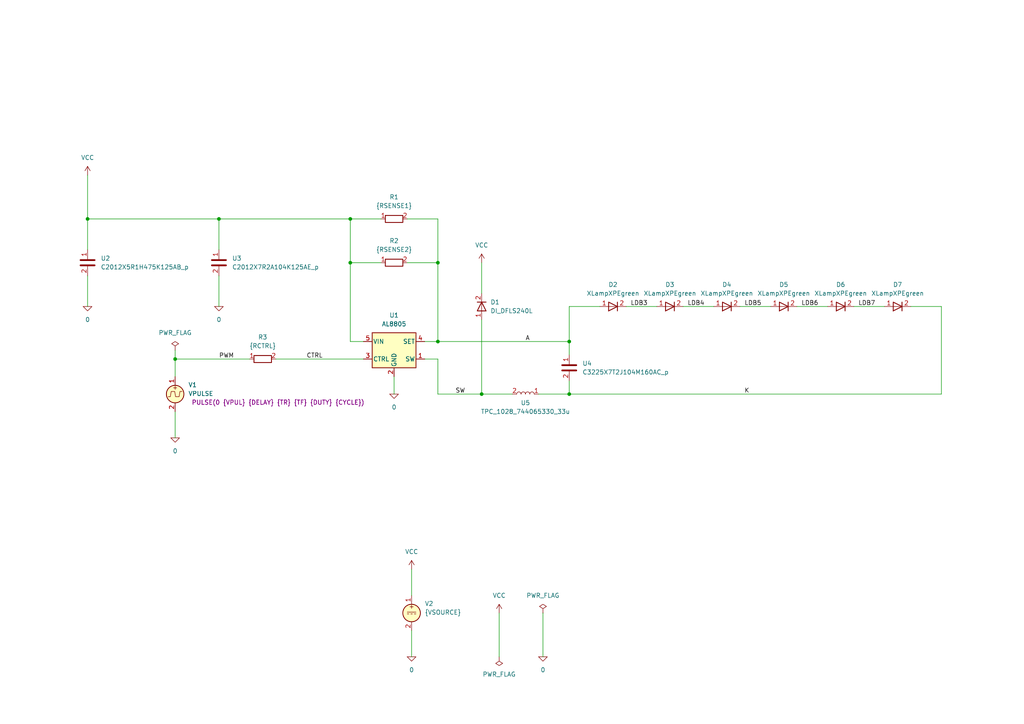
<source format=kicad_sch>
(kicad_sch
	(version 20231120)
	(generator "eeschema")
	(generator_version "8.0")
	(uuid "e7635a11-762a-4e8b-b872-d36c6a1823c2")
	(paper "A4")
	(title_block
		(title "High efficiency 36V/1A buck led driver. XP-E green.")
		(date "2024-07-11")
		(rev "1")
		(company "astroelectronic@")
		(comment 1 "-")
		(comment 2 "-")
		(comment 3 "-")
		(comment 4 "AE01003805")
	)
	(lib_symbols
		(symbol "AL8805:0"
			(power)
			(pin_names
				(offset 0)
			)
			(exclude_from_sim no)
			(in_bom yes)
			(on_board yes)
			(property "Reference" "#GND"
				(at 0 -2.54 0)
				(effects
					(font
						(size 1.27 1.27)
					)
					(hide yes)
				)
			)
			(property "Value" "0"
				(at 0 -1.778 0)
				(effects
					(font
						(size 1.27 1.27)
					)
				)
			)
			(property "Footprint" ""
				(at 0 0 0)
				(effects
					(font
						(size 1.27 1.27)
					)
					(hide yes)
				)
			)
			(property "Datasheet" "~"
				(at 0 0 0)
				(effects
					(font
						(size 1.27 1.27)
					)
					(hide yes)
				)
			)
			(property "Description" "0V reference potential for simulation"
				(at 0 0 0)
				(effects
					(font
						(size 1.27 1.27)
					)
					(hide yes)
				)
			)
			(property "ki_keywords" "simulation"
				(at 0 0 0)
				(effects
					(font
						(size 1.27 1.27)
					)
					(hide yes)
				)
			)
			(symbol "0_0_1"
				(polyline
					(pts
						(xy -1.27 0) (xy 0 -1.27) (xy 1.27 0) (xy -1.27 0)
					)
					(stroke
						(width 0)
						(type default)
					)
					(fill
						(type none)
					)
				)
			)
			(symbol "0_1_1"
				(pin power_in line
					(at 0 0 0)
					(length 0) hide
					(name "0"
						(effects
							(font
								(size 1.016 1.016)
							)
						)
					)
					(number "1"
						(effects
							(font
								(size 1.016 1.016)
							)
						)
					)
				)
			)
		)
		(symbol "AL8805:AL8805"
			(pin_names
				(offset 0.254)
			)
			(exclude_from_sim no)
			(in_bom yes)
			(on_board yes)
			(property "Reference" "U"
				(at -5.08 6.35 0)
				(effects
					(font
						(size 1.27 1.27)
					)
				)
			)
			(property "Value" "AL8805"
				(at 5.08 6.35 0)
				(effects
					(font
						(size 1.27 1.27)
					)
				)
			)
			(property "Footprint" "Package_TO_SOT_SMD:SOT-89-5"
				(at 1.27 -6.35 0)
				(effects
					(font
						(size 1.27 1.27)
						(italic yes)
					)
					(justify left)
					(hide yes)
				)
			)
			(property "Datasheet" "https://www.diodes.com/assets/Datasheets/products_inactive_data/AL8805.pdf"
				(at 0 -15.24 0)
				(effects
					(font
						(size 1.27 1.27)
					)
					(hide yes)
				)
			)
			(property "Description" "Constant current  LED driver, internal switch, up to 40V/1.2A, SOT-89-5"
				(at 0 0 0)
				(effects
					(font
						(size 1.27 1.27)
					)
					(hide yes)
				)
			)
			(property "ki_keywords" "Switching LED driver"
				(at 0 0 0)
				(effects
					(font
						(size 1.27 1.27)
					)
					(hide yes)
				)
			)
			(property "ki_fp_filters" "SOT?89*"
				(at 0 0 0)
				(effects
					(font
						(size 1.27 1.27)
					)
					(hide yes)
				)
			)
			(symbol "AL8805_0_1"
				(rectangle
					(start -6.35 5.08)
					(end 6.35 -5.08)
					(stroke
						(width 0.254)
						(type default)
					)
					(fill
						(type background)
					)
				)
			)
			(symbol "AL8805_1_1"
				(pin passive line
					(at 8.89 -2.54 180)
					(length 2.54)
					(name "SW"
						(effects
							(font
								(size 1.27 1.27)
							)
						)
					)
					(number "1"
						(effects
							(font
								(size 1.27 1.27)
							)
						)
					)
				)
				(pin power_in line
					(at 0 -7.62 90)
					(length 2.54)
					(name "GND"
						(effects
							(font
								(size 1.27 1.27)
							)
						)
					)
					(number "2"
						(effects
							(font
								(size 1.27 1.27)
							)
						)
					)
				)
				(pin passive line
					(at -8.89 -2.54 0)
					(length 2.54)
					(name "CTRL"
						(effects
							(font
								(size 1.27 1.27)
							)
						)
					)
					(number "3"
						(effects
							(font
								(size 1.27 1.27)
							)
						)
					)
				)
				(pin passive line
					(at 8.89 2.54 180)
					(length 2.54)
					(name "SET"
						(effects
							(font
								(size 1.27 1.27)
							)
						)
					)
					(number "4"
						(effects
							(font
								(size 1.27 1.27)
							)
						)
					)
				)
				(pin passive line
					(at -8.89 2.54 0)
					(length 2.54)
					(name "VIN"
						(effects
							(font
								(size 1.27 1.27)
							)
						)
					)
					(number "5"
						(effects
							(font
								(size 1.27 1.27)
							)
						)
					)
				)
			)
		)
		(symbol "AL8805:C"
			(pin_names
				(offset 0.254) hide)
			(exclude_from_sim no)
			(in_bom yes)
			(on_board yes)
			(property "Reference" "C"
				(at 0.635 2.54 0)
				(effects
					(font
						(size 1.27 1.27)
					)
					(justify left)
				)
			)
			(property "Value" "C"
				(at 0.635 -2.54 0)
				(effects
					(font
						(size 1.27 1.27)
					)
					(justify left)
				)
			)
			(property "Footprint" ""
				(at 0.9652 -3.81 0)
				(effects
					(font
						(size 1.27 1.27)
					)
					(hide yes)
				)
			)
			(property "Datasheet" "~"
				(at 0 0 0)
				(effects
					(font
						(size 1.27 1.27)
					)
					(hide yes)
				)
			)
			(property "Description" "Unpolarized capacitor"
				(at 0 0 0)
				(effects
					(font
						(size 1.27 1.27)
					)
					(hide yes)
				)
			)
			(property "ki_keywords" "cap capacitor"
				(at 0 0 0)
				(effects
					(font
						(size 1.27 1.27)
					)
					(hide yes)
				)
			)
			(property "ki_fp_filters" "C_*"
				(at 0 0 0)
				(effects
					(font
						(size 1.27 1.27)
					)
					(hide yes)
				)
			)
			(symbol "C_0_1"
				(polyline
					(pts
						(xy -2.032 -0.762) (xy 2.032 -0.762)
					)
					(stroke
						(width 0.508)
						(type default)
					)
					(fill
						(type none)
					)
				)
				(polyline
					(pts
						(xy -2.032 0.762) (xy 2.032 0.762)
					)
					(stroke
						(width 0.508)
						(type default)
					)
					(fill
						(type none)
					)
				)
			)
			(symbol "C_1_1"
				(pin passive line
					(at 0 3.81 270)
					(length 2.794)
					(name "~"
						(effects
							(font
								(size 1.27 1.27)
							)
						)
					)
					(number "1"
						(effects
							(font
								(size 1.27 1.27)
							)
						)
					)
				)
				(pin passive line
					(at 0 -3.81 90)
					(length 2.794)
					(name "~"
						(effects
							(font
								(size 1.27 1.27)
							)
						)
					)
					(number "2"
						(effects
							(font
								(size 1.27 1.27)
							)
						)
					)
				)
			)
		)
		(symbol "AL8805:DIODE"
			(pin_names
				(offset 1.016) hide)
			(exclude_from_sim no)
			(in_bom yes)
			(on_board yes)
			(property "Reference" "D"
				(at 0 2.54 0)
				(effects
					(font
						(size 1.27 1.27)
					)
				)
			)
			(property "Value" "${SIM.PARAMS}"
				(at 0 -2.54 0)
				(effects
					(font
						(size 1.27 1.27)
					)
				)
			)
			(property "Footprint" ""
				(at 0 0 0)
				(effects
					(font
						(size 1.27 1.27)
					)
					(hide yes)
				)
			)
			(property "Datasheet" "~"
				(at 0 0 0)
				(effects
					(font
						(size 1.27 1.27)
					)
					(hide yes)
				)
			)
			(property "Description" "Diode, anode on pin 1, for simulation only!"
				(at 0 0 0)
				(effects
					(font
						(size 1.27 1.27)
					)
					(hide yes)
				)
			)
			(property "Sim.Pins" "1=1 2=2"
				(at 0 0 0)
				(effects
					(font
						(size 1.27 1.27)
					)
					(hide yes)
				)
			)
			(property "Sim.Device" "SPICE"
				(at 0 0 0)
				(effects
					(font
						(size 1.27 1.27)
					)
					(justify left)
					(hide yes)
				)
			)
			(property "Sim.Params" "type=\"D\" model=\"DIODE\" lib=\"\""
				(at 0 0 0)
				(effects
					(font
						(size 1.27 1.27)
					)
					(hide yes)
				)
			)
			(property "Spice_Netlist_Enabled" "Y"
				(at 0 0 0)
				(effects
					(font
						(size 1.27 1.27)
					)
					(justify left)
					(hide yes)
				)
			)
			(property "ki_keywords" "simulation"
				(at 0 0 0)
				(effects
					(font
						(size 1.27 1.27)
					)
					(hide yes)
				)
			)
			(symbol "DIODE_0_1"
				(polyline
					(pts
						(xy 1.27 0) (xy -1.27 0)
					)
					(stroke
						(width 0)
						(type default)
					)
					(fill
						(type none)
					)
				)
				(polyline
					(pts
						(xy 1.27 1.27) (xy 1.27 -1.27)
					)
					(stroke
						(width 0.254)
						(type default)
					)
					(fill
						(type none)
					)
				)
				(polyline
					(pts
						(xy -1.27 -1.27) (xy -1.27 1.27) (xy 1.27 0) (xy -1.27 -1.27)
					)
					(stroke
						(width 0.254)
						(type default)
					)
					(fill
						(type none)
					)
				)
			)
			(symbol "DIODE_1_1"
				(pin passive line
					(at -3.81 0 0)
					(length 2.54)
					(name "A"
						(effects
							(font
								(size 1.27 1.27)
							)
						)
					)
					(number "1"
						(effects
							(font
								(size 1.27 1.27)
							)
						)
					)
				)
				(pin passive line
					(at 3.81 0 180)
					(length 2.54)
					(name "K"
						(effects
							(font
								(size 1.27 1.27)
							)
						)
					)
					(number "2"
						(effects
							(font
								(size 1.27 1.27)
							)
						)
					)
				)
			)
		)
		(symbol "AL8805:L"
			(pin_names
				(offset 1.016) hide)
			(exclude_from_sim no)
			(in_bom yes)
			(on_board yes)
			(property "Reference" "L"
				(at -1.27 0 90)
				(effects
					(font
						(size 1.27 1.27)
					)
				)
			)
			(property "Value" "L"
				(at 1.905 0 90)
				(effects
					(font
						(size 1.27 1.27)
					)
				)
			)
			(property "Footprint" ""
				(at 0 0 0)
				(effects
					(font
						(size 1.27 1.27)
					)
					(hide yes)
				)
			)
			(property "Datasheet" "~"
				(at 0 0 0)
				(effects
					(font
						(size 1.27 1.27)
					)
					(hide yes)
				)
			)
			(property "Description" "Inductor"
				(at 0 0 0)
				(effects
					(font
						(size 1.27 1.27)
					)
					(hide yes)
				)
			)
			(property "ki_keywords" "inductor choke coil reactor magnetic"
				(at 0 0 0)
				(effects
					(font
						(size 1.27 1.27)
					)
					(hide yes)
				)
			)
			(property "ki_fp_filters" "Choke_* *Coil* Inductor_* L_*"
				(at 0 0 0)
				(effects
					(font
						(size 1.27 1.27)
					)
					(hide yes)
				)
			)
			(symbol "L_0_1"
				(arc
					(start 0 -2.54)
					(mid 0.6323 -1.905)
					(end 0 -1.27)
					(stroke
						(width 0)
						(type default)
					)
					(fill
						(type none)
					)
				)
				(arc
					(start 0 -1.27)
					(mid 0.6323 -0.635)
					(end 0 0)
					(stroke
						(width 0)
						(type default)
					)
					(fill
						(type none)
					)
				)
				(arc
					(start 0 0)
					(mid 0.6323 0.635)
					(end 0 1.27)
					(stroke
						(width 0)
						(type default)
					)
					(fill
						(type none)
					)
				)
				(arc
					(start 0 1.27)
					(mid 0.6323 1.905)
					(end 0 2.54)
					(stroke
						(width 0)
						(type default)
					)
					(fill
						(type none)
					)
				)
			)
			(symbol "L_1_1"
				(pin passive line
					(at 0 3.81 270)
					(length 1.27)
					(name "1"
						(effects
							(font
								(size 1.27 1.27)
							)
						)
					)
					(number "1"
						(effects
							(font
								(size 1.27 1.27)
							)
						)
					)
				)
				(pin passive line
					(at 0 -3.81 90)
					(length 1.27)
					(name "2"
						(effects
							(font
								(size 1.27 1.27)
							)
						)
					)
					(number "2"
						(effects
							(font
								(size 1.27 1.27)
							)
						)
					)
				)
			)
		)
		(symbol "AL8805:PWR_FLAG"
			(power)
			(pin_numbers hide)
			(pin_names
				(offset 0) hide)
			(exclude_from_sim no)
			(in_bom yes)
			(on_board yes)
			(property "Reference" "#FLG"
				(at 0 1.905 0)
				(effects
					(font
						(size 1.27 1.27)
					)
					(hide yes)
				)
			)
			(property "Value" "PWR_FLAG"
				(at 0 3.81 0)
				(effects
					(font
						(size 1.27 1.27)
					)
				)
			)
			(property "Footprint" ""
				(at 0 0 0)
				(effects
					(font
						(size 1.27 1.27)
					)
					(hide yes)
				)
			)
			(property "Datasheet" "~"
				(at 0 0 0)
				(effects
					(font
						(size 1.27 1.27)
					)
					(hide yes)
				)
			)
			(property "Description" "Special symbol for telling ERC where power comes from"
				(at 0 0 0)
				(effects
					(font
						(size 1.27 1.27)
					)
					(hide yes)
				)
			)
			(property "ki_keywords" "flag power"
				(at 0 0 0)
				(effects
					(font
						(size 1.27 1.27)
					)
					(hide yes)
				)
			)
			(symbol "PWR_FLAG_0_0"
				(pin power_out line
					(at 0 0 90)
					(length 0)
					(name "pwr"
						(effects
							(font
								(size 1.27 1.27)
							)
						)
					)
					(number "1"
						(effects
							(font
								(size 1.27 1.27)
							)
						)
					)
				)
			)
			(symbol "PWR_FLAG_0_1"
				(polyline
					(pts
						(xy 0 0) (xy 0 1.27) (xy -1.016 1.905) (xy 0 2.54) (xy 1.016 1.905) (xy 0 1.27)
					)
					(stroke
						(width 0)
						(type default)
					)
					(fill
						(type none)
					)
				)
			)
		)
		(symbol "AL8805:R"
			(pin_names
				(offset 0) hide)
			(exclude_from_sim no)
			(in_bom yes)
			(on_board yes)
			(property "Reference" "R"
				(at 2.032 0 90)
				(effects
					(font
						(size 1.27 1.27)
					)
				)
			)
			(property "Value" "R"
				(at 0 0 90)
				(effects
					(font
						(size 1.27 1.27)
					)
				)
			)
			(property "Footprint" ""
				(at -1.778 0 90)
				(effects
					(font
						(size 1.27 1.27)
					)
					(hide yes)
				)
			)
			(property "Datasheet" "~"
				(at 0 0 0)
				(effects
					(font
						(size 1.27 1.27)
					)
					(hide yes)
				)
			)
			(property "Description" "Resistor"
				(at 0 0 0)
				(effects
					(font
						(size 1.27 1.27)
					)
					(hide yes)
				)
			)
			(property "ki_keywords" "R res resistor"
				(at 0 0 0)
				(effects
					(font
						(size 1.27 1.27)
					)
					(hide yes)
				)
			)
			(property "ki_fp_filters" "R_*"
				(at 0 0 0)
				(effects
					(font
						(size 1.27 1.27)
					)
					(hide yes)
				)
			)
			(symbol "R_0_1"
				(rectangle
					(start -1.016 -2.54)
					(end 1.016 2.54)
					(stroke
						(width 0.254)
						(type default)
					)
					(fill
						(type none)
					)
				)
			)
			(symbol "R_1_1"
				(pin passive line
					(at 0 3.81 270)
					(length 1.27)
					(name "~"
						(effects
							(font
								(size 1.27 1.27)
							)
						)
					)
					(number "1"
						(effects
							(font
								(size 1.27 1.27)
							)
						)
					)
				)
				(pin passive line
					(at 0 -3.81 90)
					(length 1.27)
					(name "~"
						(effects
							(font
								(size 1.27 1.27)
							)
						)
					)
					(number "2"
						(effects
							(font
								(size 1.27 1.27)
							)
						)
					)
				)
			)
		)
		(symbol "AL8805:VCC"
			(power)
			(pin_names
				(offset 0)
			)
			(exclude_from_sim no)
			(in_bom yes)
			(on_board yes)
			(property "Reference" "#PWR"
				(at 0 -3.81 0)
				(effects
					(font
						(size 1.27 1.27)
					)
					(hide yes)
				)
			)
			(property "Value" "VCC"
				(at 0 3.81 0)
				(effects
					(font
						(size 1.27 1.27)
					)
				)
			)
			(property "Footprint" ""
				(at 0 0 0)
				(effects
					(font
						(size 1.27 1.27)
					)
					(hide yes)
				)
			)
			(property "Datasheet" ""
				(at 0 0 0)
				(effects
					(font
						(size 1.27 1.27)
					)
					(hide yes)
				)
			)
			(property "Description" "Power symbol creates a global label with name \"VCC\""
				(at 0 0 0)
				(effects
					(font
						(size 1.27 1.27)
					)
					(hide yes)
				)
			)
			(property "ki_keywords" "global power"
				(at 0 0 0)
				(effects
					(font
						(size 1.27 1.27)
					)
					(hide yes)
				)
			)
			(symbol "VCC_0_1"
				(polyline
					(pts
						(xy -0.762 1.27) (xy 0 2.54)
					)
					(stroke
						(width 0)
						(type default)
					)
					(fill
						(type none)
					)
				)
				(polyline
					(pts
						(xy 0 0) (xy 0 2.54)
					)
					(stroke
						(width 0)
						(type default)
					)
					(fill
						(type none)
					)
				)
				(polyline
					(pts
						(xy 0 2.54) (xy 0.762 1.27)
					)
					(stroke
						(width 0)
						(type default)
					)
					(fill
						(type none)
					)
				)
			)
			(symbol "VCC_1_1"
				(pin power_in line
					(at 0 0 90)
					(length 0) hide
					(name "VCC"
						(effects
							(font
								(size 1.27 1.27)
							)
						)
					)
					(number "1"
						(effects
							(font
								(size 1.27 1.27)
							)
						)
					)
				)
			)
		)
		(symbol "AL8805:VDC"
			(pin_names
				(offset 0.0254)
			)
			(exclude_from_sim no)
			(in_bom yes)
			(on_board yes)
			(property "Reference" "V"
				(at 2.54 2.54 0)
				(effects
					(font
						(size 1.27 1.27)
					)
					(justify left)
				)
			)
			(property "Value" "1"
				(at 2.54 0 0)
				(effects
					(font
						(size 1.27 1.27)
					)
					(justify left)
				)
			)
			(property "Footprint" ""
				(at 0 0 0)
				(effects
					(font
						(size 1.27 1.27)
					)
					(hide yes)
				)
			)
			(property "Datasheet" "~"
				(at 0 0 0)
				(effects
					(font
						(size 1.27 1.27)
					)
					(hide yes)
				)
			)
			(property "Description" "Voltage source, DC"
				(at 0 0 0)
				(effects
					(font
						(size 1.27 1.27)
					)
					(hide yes)
				)
			)
			(property "Sim.Pins" "1=+ 2=-"
				(at 0 0 0)
				(effects
					(font
						(size 1.27 1.27)
					)
					(hide yes)
				)
			)
			(property "Sim.Type" "DC"
				(at 0 0 0)
				(effects
					(font
						(size 1.27 1.27)
					)
					(hide yes)
				)
			)
			(property "Sim.Device" "V"
				(at 0 0 0)
				(effects
					(font
						(size 1.27 1.27)
					)
					(justify left)
					(hide yes)
				)
			)
			(property "Spice_Netlist_Enabled" "Y"
				(at 0 0 0)
				(effects
					(font
						(size 1.27 1.27)
					)
					(justify left)
					(hide yes)
				)
			)
			(property "ki_keywords" "simulation"
				(at 0 0 0)
				(effects
					(font
						(size 1.27 1.27)
					)
					(hide yes)
				)
			)
			(symbol "VDC_0_0"
				(polyline
					(pts
						(xy -1.27 0.254) (xy 1.27 0.254)
					)
					(stroke
						(width 0)
						(type default)
					)
					(fill
						(type none)
					)
				)
				(polyline
					(pts
						(xy -0.762 -0.254) (xy -1.27 -0.254)
					)
					(stroke
						(width 0)
						(type default)
					)
					(fill
						(type none)
					)
				)
				(polyline
					(pts
						(xy 0.254 -0.254) (xy -0.254 -0.254)
					)
					(stroke
						(width 0)
						(type default)
					)
					(fill
						(type none)
					)
				)
				(polyline
					(pts
						(xy 1.27 -0.254) (xy 0.762 -0.254)
					)
					(stroke
						(width 0)
						(type default)
					)
					(fill
						(type none)
					)
				)
				(text "+"
					(at 0 1.905 0)
					(effects
						(font
							(size 1.27 1.27)
						)
					)
				)
			)
			(symbol "VDC_0_1"
				(circle
					(center 0 0)
					(radius 2.54)
					(stroke
						(width 0.254)
						(type default)
					)
					(fill
						(type background)
					)
				)
			)
			(symbol "VDC_1_1"
				(pin passive line
					(at 0 5.08 270)
					(length 2.54)
					(name "~"
						(effects
							(font
								(size 1.27 1.27)
							)
						)
					)
					(number "1"
						(effects
							(font
								(size 1.27 1.27)
							)
						)
					)
				)
				(pin passive line
					(at 0 -5.08 90)
					(length 2.54)
					(name "~"
						(effects
							(font
								(size 1.27 1.27)
							)
						)
					)
					(number "2"
						(effects
							(font
								(size 1.27 1.27)
							)
						)
					)
				)
			)
		)
		(symbol "AL8805:VPULSE"
			(pin_names
				(offset 0.0254) hide)
			(exclude_from_sim no)
			(in_bom yes)
			(on_board yes)
			(property "Reference" "V"
				(at 2.54 2.54 0)
				(effects
					(font
						(size 1.27 1.27)
					)
					(justify left)
				)
			)
			(property "Value" "VPULSE"
				(at 2.54 0 0)
				(effects
					(font
						(size 1.27 1.27)
					)
					(justify left)
				)
			)
			(property "Footprint" ""
				(at 0 0 0)
				(effects
					(font
						(size 1.27 1.27)
					)
					(hide yes)
				)
			)
			(property "Datasheet" "~"
				(at 0 0 0)
				(effects
					(font
						(size 1.27 1.27)
					)
					(hide yes)
				)
			)
			(property "Description" "Voltage source, pulse"
				(at 0 0 0)
				(effects
					(font
						(size 1.27 1.27)
					)
					(hide yes)
				)
			)
			(property "Sim.Pins" "1=+ 2=-"
				(at 0 0 0)
				(effects
					(font
						(size 1.27 1.27)
					)
					(hide yes)
				)
			)
			(property "Sim.Type" "PULSE"
				(at 0 0 0)
				(effects
					(font
						(size 1.27 1.27)
					)
					(hide yes)
				)
			)
			(property "Sim.Device" "V"
				(at 0 0 0)
				(effects
					(font
						(size 1.27 1.27)
					)
					(justify left)
					(hide yes)
				)
			)
			(property "Sim.Params" "y1=0 y2=1 td=2n tr=2n tf=2n tw=50n per=100n"
				(at 2.54 -2.54 0)
				(effects
					(font
						(size 1.27 1.27)
					)
					(justify left)
				)
			)
			(property "Spice_Netlist_Enabled" "Y"
				(at 0 0 0)
				(effects
					(font
						(size 1.27 1.27)
					)
					(justify left)
					(hide yes)
				)
			)
			(property "ki_keywords" "simulation"
				(at 0 0 0)
				(effects
					(font
						(size 1.27 1.27)
					)
					(hide yes)
				)
			)
			(symbol "VPULSE_0_0"
				(polyline
					(pts
						(xy -2.032 -0.762) (xy -1.397 -0.762) (xy -1.143 0.762) (xy -0.127 0.762) (xy 0.127 -0.762) (xy 1.143 -0.762)
						(xy 1.397 0.762) (xy 2.032 0.762)
					)
					(stroke
						(width 0)
						(type default)
					)
					(fill
						(type none)
					)
				)
				(text "+"
					(at 0 1.905 0)
					(effects
						(font
							(size 1.27 1.27)
						)
					)
				)
			)
			(symbol "VPULSE_0_1"
				(circle
					(center 0 0)
					(radius 2.54)
					(stroke
						(width 0.254)
						(type default)
					)
					(fill
						(type background)
					)
				)
			)
			(symbol "VPULSE_1_1"
				(pin passive line
					(at 0 5.08 270)
					(length 2.54)
					(name "~"
						(effects
							(font
								(size 1.27 1.27)
							)
						)
					)
					(number "1"
						(effects
							(font
								(size 1.27 1.27)
							)
						)
					)
				)
				(pin passive line
					(at 0 -5.08 90)
					(length 2.54)
					(name "~"
						(effects
							(font
								(size 1.27 1.27)
							)
						)
					)
					(number "2"
						(effects
							(font
								(size 1.27 1.27)
							)
						)
					)
				)
			)
		)
		(symbol "C_1"
			(pin_names
				(offset 0.254) hide)
			(exclude_from_sim no)
			(in_bom yes)
			(on_board yes)
			(property "Reference" "C"
				(at 0.635 2.54 0)
				(effects
					(font
						(size 1.27 1.27)
					)
					(justify left)
				)
			)
			(property "Value" "C_1"
				(at 0.635 -2.54 0)
				(effects
					(font
						(size 1.27 1.27)
					)
					(justify left)
				)
			)
			(property "Footprint" ""
				(at 0.9652 -3.81 0)
				(effects
					(font
						(size 1.27 1.27)
					)
					(hide yes)
				)
			)
			(property "Datasheet" "~"
				(at 0 0 0)
				(effects
					(font
						(size 1.27 1.27)
					)
					(hide yes)
				)
			)
			(property "Description" "Unpolarized capacitor"
				(at 0 0 0)
				(effects
					(font
						(size 1.27 1.27)
					)
					(hide yes)
				)
			)
			(property "ki_keywords" "cap capacitor"
				(at 0 0 0)
				(effects
					(font
						(size 1.27 1.27)
					)
					(hide yes)
				)
			)
			(property "ki_fp_filters" "C_*"
				(at 0 0 0)
				(effects
					(font
						(size 1.27 1.27)
					)
					(hide yes)
				)
			)
			(symbol "C_1_0_1"
				(polyline
					(pts
						(xy -2.032 -0.762) (xy 2.032 -0.762)
					)
					(stroke
						(width 0.508)
						(type default)
					)
					(fill
						(type none)
					)
				)
				(polyline
					(pts
						(xy -2.032 0.762) (xy 2.032 0.762)
					)
					(stroke
						(width 0.508)
						(type default)
					)
					(fill
						(type none)
					)
				)
			)
			(symbol "C_1_1_1"
				(pin passive line
					(at 0 3.81 270)
					(length 2.794)
					(name "~"
						(effects
							(font
								(size 1.27 1.27)
							)
						)
					)
					(number "1"
						(effects
							(font
								(size 1.27 1.27)
							)
						)
					)
				)
				(pin passive line
					(at 0 -3.81 90)
					(length 2.794)
					(name "~"
						(effects
							(font
								(size 1.27 1.27)
							)
						)
					)
					(number "2"
						(effects
							(font
								(size 1.27 1.27)
							)
						)
					)
				)
			)
		)
		(symbol "C_2"
			(pin_names
				(offset 0.254) hide)
			(exclude_from_sim no)
			(in_bom yes)
			(on_board yes)
			(property "Reference" "C"
				(at 0.635 2.54 0)
				(effects
					(font
						(size 1.27 1.27)
					)
					(justify left)
				)
			)
			(property "Value" "C_2"
				(at 0.635 -2.54 0)
				(effects
					(font
						(size 1.27 1.27)
					)
					(justify left)
				)
			)
			(property "Footprint" ""
				(at 0.9652 -3.81 0)
				(effects
					(font
						(size 1.27 1.27)
					)
					(hide yes)
				)
			)
			(property "Datasheet" "~"
				(at 0 0 0)
				(effects
					(font
						(size 1.27 1.27)
					)
					(hide yes)
				)
			)
			(property "Description" "Unpolarized capacitor"
				(at 0 0 0)
				(effects
					(font
						(size 1.27 1.27)
					)
					(hide yes)
				)
			)
			(property "ki_keywords" "cap capacitor"
				(at 0 0 0)
				(effects
					(font
						(size 1.27 1.27)
					)
					(hide yes)
				)
			)
			(property "ki_fp_filters" "C_*"
				(at 0 0 0)
				(effects
					(font
						(size 1.27 1.27)
					)
					(hide yes)
				)
			)
			(symbol "C_2_0_1"
				(polyline
					(pts
						(xy -2.032 -0.762) (xy 2.032 -0.762)
					)
					(stroke
						(width 0.508)
						(type default)
					)
					(fill
						(type none)
					)
				)
				(polyline
					(pts
						(xy -2.032 0.762) (xy 2.032 0.762)
					)
					(stroke
						(width 0.508)
						(type default)
					)
					(fill
						(type none)
					)
				)
			)
			(symbol "C_2_1_1"
				(pin passive line
					(at 0 3.81 270)
					(length 2.794)
					(name "~"
						(effects
							(font
								(size 1.27 1.27)
							)
						)
					)
					(number "1"
						(effects
							(font
								(size 1.27 1.27)
							)
						)
					)
				)
				(pin passive line
					(at 0 -3.81 90)
					(length 2.794)
					(name "~"
						(effects
							(font
								(size 1.27 1.27)
							)
						)
					)
					(number "2"
						(effects
							(font
								(size 1.27 1.27)
							)
						)
					)
				)
			)
		)
		(symbol "R_1"
			(pin_names
				(offset 0) hide)
			(exclude_from_sim no)
			(in_bom yes)
			(on_board yes)
			(property "Reference" "R"
				(at 2.032 0 90)
				(effects
					(font
						(size 1.27 1.27)
					)
				)
			)
			(property "Value" "R_1"
				(at 0 0 90)
				(effects
					(font
						(size 1.27 1.27)
					)
				)
			)
			(property "Footprint" ""
				(at -1.778 0 90)
				(effects
					(font
						(size 1.27 1.27)
					)
					(hide yes)
				)
			)
			(property "Datasheet" "~"
				(at 0 0 0)
				(effects
					(font
						(size 1.27 1.27)
					)
					(hide yes)
				)
			)
			(property "Description" "Resistor"
				(at 0 0 0)
				(effects
					(font
						(size 1.27 1.27)
					)
					(hide yes)
				)
			)
			(property "ki_keywords" "R res resistor"
				(at 0 0 0)
				(effects
					(font
						(size 1.27 1.27)
					)
					(hide yes)
				)
			)
			(property "ki_fp_filters" "R_*"
				(at 0 0 0)
				(effects
					(font
						(size 1.27 1.27)
					)
					(hide yes)
				)
			)
			(symbol "R_1_0_1"
				(rectangle
					(start -1.016 -2.54)
					(end 1.016 2.54)
					(stroke
						(width 0.254)
						(type default)
					)
					(fill
						(type none)
					)
				)
			)
			(symbol "R_1_1_1"
				(pin passive line
					(at 0 3.81 270)
					(length 1.27)
					(name "~"
						(effects
							(font
								(size 1.27 1.27)
							)
						)
					)
					(number "1"
						(effects
							(font
								(size 1.27 1.27)
							)
						)
					)
				)
				(pin passive line
					(at 0 -3.81 90)
					(length 1.27)
					(name "~"
						(effects
							(font
								(size 1.27 1.27)
							)
						)
					)
					(number "2"
						(effects
							(font
								(size 1.27 1.27)
							)
						)
					)
				)
			)
		)
		(symbol "R_2"
			(pin_names
				(offset 0) hide)
			(exclude_from_sim no)
			(in_bom yes)
			(on_board yes)
			(property "Reference" "R"
				(at 2.032 0 90)
				(effects
					(font
						(size 1.27 1.27)
					)
				)
			)
			(property "Value" "R_2"
				(at 0 0 90)
				(effects
					(font
						(size 1.27 1.27)
					)
				)
			)
			(property "Footprint" ""
				(at -1.778 0 90)
				(effects
					(font
						(size 1.27 1.27)
					)
					(hide yes)
				)
			)
			(property "Datasheet" "~"
				(at 0 0 0)
				(effects
					(font
						(size 1.27 1.27)
					)
					(hide yes)
				)
			)
			(property "Description" "Resistor"
				(at 0 0 0)
				(effects
					(font
						(size 1.27 1.27)
					)
					(hide yes)
				)
			)
			(property "ki_keywords" "R res resistor"
				(at 0 0 0)
				(effects
					(font
						(size 1.27 1.27)
					)
					(hide yes)
				)
			)
			(property "ki_fp_filters" "R_*"
				(at 0 0 0)
				(effects
					(font
						(size 1.27 1.27)
					)
					(hide yes)
				)
			)
			(symbol "R_2_0_1"
				(rectangle
					(start -1.016 -2.54)
					(end 1.016 2.54)
					(stroke
						(width 0.254)
						(type default)
					)
					(fill
						(type none)
					)
				)
			)
			(symbol "R_2_1_1"
				(pin passive line
					(at 0 3.81 270)
					(length 1.27)
					(name "~"
						(effects
							(font
								(size 1.27 1.27)
							)
						)
					)
					(number "1"
						(effects
							(font
								(size 1.27 1.27)
							)
						)
					)
				)
				(pin passive line
					(at 0 -3.81 90)
					(length 1.27)
					(name "~"
						(effects
							(font
								(size 1.27 1.27)
							)
						)
					)
					(number "2"
						(effects
							(font
								(size 1.27 1.27)
							)
						)
					)
				)
			)
		)
	)
	(junction
		(at 63.5 63.5)
		(diameter 0)
		(color 0 0 0 0)
		(uuid "021ad581-bfe1-4f2c-a043-dc783413eddc")
	)
	(junction
		(at 25.4 63.5)
		(diameter 0)
		(color 0 0 0 0)
		(uuid "168e370b-8e8f-4d77-9f78-7c59b4b1d7d1")
	)
	(junction
		(at 139.7 114.3)
		(diameter 0)
		(color 0 0 0 0)
		(uuid "97a9322c-c719-4fa2-b087-e0296589810d")
	)
	(junction
		(at 127 99.06)
		(diameter 0)
		(color 0 0 0 0)
		(uuid "a1278c37-8b41-43aa-8d78-9d5445827647")
	)
	(junction
		(at 165.1 114.3)
		(diameter 0)
		(color 0 0 0 0)
		(uuid "a2c8bb26-9b3c-46b8-8114-d8dfa0ed7cd2")
	)
	(junction
		(at 50.8 104.14)
		(diameter 0)
		(color 0 0 0 0)
		(uuid "a61fea71-4793-44c3-9e50-bcd603af9b06")
	)
	(junction
		(at 127 76.2)
		(diameter 0)
		(color 0 0 0 0)
		(uuid "b8c69e57-ef3d-489f-baf7-6becb50618c2")
	)
	(junction
		(at 165.1 99.06)
		(diameter 0)
		(color 0 0 0 0)
		(uuid "c557911c-5ee5-435e-b04a-508b321478dd")
	)
	(junction
		(at 101.6 63.5)
		(diameter 0)
		(color 0 0 0 0)
		(uuid "d1f0b821-1aac-422e-b137-a38526192b5c")
	)
	(junction
		(at 101.6 76.2)
		(diameter 0)
		(color 0 0 0 0)
		(uuid "e5a9238f-d204-4063-b2c2-b19b96e79781")
	)
	(wire
		(pts
			(xy 127 76.2) (xy 118.11 76.2)
		)
		(stroke
			(width 0)
			(type default)
		)
		(uuid "01c7e703-32dd-490c-ab27-ef28c4a8f987")
	)
	(wire
		(pts
			(xy 165.1 99.06) (xy 165.1 88.9)
		)
		(stroke
			(width 0)
			(type default)
		)
		(uuid "07e9ed99-5315-4f11-88f8-3b0e77b62a09")
	)
	(wire
		(pts
			(xy 273.05 88.9) (xy 273.05 114.3)
		)
		(stroke
			(width 0)
			(type default)
		)
		(uuid "0a58816b-15f8-4c9e-9fee-468e874eee26")
	)
	(wire
		(pts
			(xy 156.21 114.3) (xy 165.1 114.3)
		)
		(stroke
			(width 0)
			(type default)
		)
		(uuid "0aa8e3b0-d0fa-4450-95b4-568e3f7b024d")
	)
	(wire
		(pts
			(xy 157.48 177.8) (xy 157.48 190.5)
		)
		(stroke
			(width 0)
			(type default)
		)
		(uuid "0f720556-4d91-446a-8c28-ddebdeaba64a")
	)
	(wire
		(pts
			(xy 127 63.5) (xy 127 76.2)
		)
		(stroke
			(width 0)
			(type default)
		)
		(uuid "11b85482-d407-46d2-a0f4-c6c60a2ae39d")
	)
	(wire
		(pts
			(xy 25.4 63.5) (xy 25.4 72.39)
		)
		(stroke
			(width 0)
			(type default)
		)
		(uuid "2018f8e2-47e6-40ef-804a-941edea97886")
	)
	(wire
		(pts
			(xy 114.3 109.22) (xy 114.3 114.3)
		)
		(stroke
			(width 0)
			(type default)
		)
		(uuid "20e3603a-e89c-48aa-9f6e-77620c03d598")
	)
	(wire
		(pts
			(xy 25.4 50.8) (xy 25.4 63.5)
		)
		(stroke
			(width 0)
			(type default)
		)
		(uuid "2dfe437d-9ab4-4326-a69c-036821b7fc85")
	)
	(wire
		(pts
			(xy 63.5 63.5) (xy 101.6 63.5)
		)
		(stroke
			(width 0)
			(type default)
		)
		(uuid "2f417abd-ca4e-4ba2-b68d-cc53bfb478e9")
	)
	(wire
		(pts
			(xy 127 99.06) (xy 127 76.2)
		)
		(stroke
			(width 0)
			(type default)
		)
		(uuid "3431784f-484c-4f01-b32e-545b7b2e3c51")
	)
	(wire
		(pts
			(xy 101.6 99.06) (xy 101.6 76.2)
		)
		(stroke
			(width 0)
			(type default)
		)
		(uuid "429d9ea5-3da2-4c1b-8e1a-25dc7344d03b")
	)
	(wire
		(pts
			(xy 25.4 80.01) (xy 25.4 88.9)
		)
		(stroke
			(width 0)
			(type default)
		)
		(uuid "4a3fd225-4a2f-4a6d-b982-33280ab9804a")
	)
	(wire
		(pts
			(xy 165.1 99.06) (xy 165.1 102.87)
		)
		(stroke
			(width 0)
			(type default)
		)
		(uuid "4db8a0b0-3529-48d5-85c8-d1f3b4d660e1")
	)
	(wire
		(pts
			(xy 181.61 88.9) (xy 190.5 88.9)
		)
		(stroke
			(width 0)
			(type default)
		)
		(uuid "566dabce-d024-4f0f-8905-7e2b2afc2136")
	)
	(wire
		(pts
			(xy 139.7 92.71) (xy 139.7 114.3)
		)
		(stroke
			(width 0)
			(type default)
		)
		(uuid "58efe5d2-0977-477f-85dc-a2b9e758ee43")
	)
	(wire
		(pts
			(xy 198.12 88.9) (xy 207.01 88.9)
		)
		(stroke
			(width 0)
			(type default)
		)
		(uuid "5ce2ecab-f88d-412e-bc7f-92d69f522b95")
	)
	(wire
		(pts
			(xy 247.65 88.9) (xy 256.54 88.9)
		)
		(stroke
			(width 0)
			(type default)
		)
		(uuid "6075bb13-eb4a-421e-aaaf-670ef1b761d7")
	)
	(wire
		(pts
			(xy 165.1 88.9) (xy 173.99 88.9)
		)
		(stroke
			(width 0)
			(type default)
		)
		(uuid "650f20fc-eab0-4be3-9f5d-fd1322775259")
	)
	(wire
		(pts
			(xy 165.1 110.49) (xy 165.1 114.3)
		)
		(stroke
			(width 0)
			(type default)
		)
		(uuid "6a432b4a-0a63-4dac-a6e5-9e35a3606e04")
	)
	(wire
		(pts
			(xy 214.63 88.9) (xy 223.52 88.9)
		)
		(stroke
			(width 0)
			(type default)
		)
		(uuid "7f1a2c45-d0db-4db3-9119-381f91f73046")
	)
	(wire
		(pts
			(xy 139.7 114.3) (xy 127 114.3)
		)
		(stroke
			(width 0)
			(type default)
		)
		(uuid "84692b50-df54-44db-961e-86b6db8c68ab")
	)
	(wire
		(pts
			(xy 50.8 119.38) (xy 50.8 127)
		)
		(stroke
			(width 0)
			(type default)
		)
		(uuid "8c8fc981-26f1-4f1d-8e2e-b00228f9e98e")
	)
	(wire
		(pts
			(xy 127 104.14) (xy 123.19 104.14)
		)
		(stroke
			(width 0)
			(type default)
		)
		(uuid "9055bbb4-7f1d-4906-8399-b9aaa7b16843")
	)
	(wire
		(pts
			(xy 63.5 63.5) (xy 63.5 72.39)
		)
		(stroke
			(width 0)
			(type default)
		)
		(uuid "9381057f-4fa5-4c63-bc33-8004d543fd66")
	)
	(wire
		(pts
			(xy 63.5 80.01) (xy 63.5 88.9)
		)
		(stroke
			(width 0)
			(type default)
		)
		(uuid "98782699-00a9-4a56-bad3-3d0bb34b2ab9")
	)
	(wire
		(pts
			(xy 144.78 177.8) (xy 144.78 190.5)
		)
		(stroke
			(width 0)
			(type default)
		)
		(uuid "98f199e7-4847-4ad3-a02d-664b932fbcaf")
	)
	(wire
		(pts
			(xy 101.6 76.2) (xy 101.6 63.5)
		)
		(stroke
			(width 0)
			(type default)
		)
		(uuid "9a02c457-c4de-47c2-9914-acf7cc8db995")
	)
	(wire
		(pts
			(xy 80.01 104.14) (xy 105.41 104.14)
		)
		(stroke
			(width 0)
			(type default)
		)
		(uuid "a715a9bb-12c4-4c87-b92c-6d2e71049932")
	)
	(wire
		(pts
			(xy 127 99.06) (xy 165.1 99.06)
		)
		(stroke
			(width 0)
			(type default)
		)
		(uuid "b05dcea4-e955-4e79-ab94-acc34da4655e")
	)
	(wire
		(pts
			(xy 25.4 63.5) (xy 63.5 63.5)
		)
		(stroke
			(width 0)
			(type default)
		)
		(uuid "b836bfbf-e229-4302-8975-7148666660cf")
	)
	(wire
		(pts
			(xy 165.1 114.3) (xy 273.05 114.3)
		)
		(stroke
			(width 0)
			(type default)
		)
		(uuid "b865479a-a893-48e9-b72a-b9f7b6fdac94")
	)
	(wire
		(pts
			(xy 119.38 165.1) (xy 119.38 172.72)
		)
		(stroke
			(width 0)
			(type default)
		)
		(uuid "c12ab2d4-fb4d-4698-96b2-844f7f724fdc")
	)
	(wire
		(pts
			(xy 50.8 101.6) (xy 50.8 104.14)
		)
		(stroke
			(width 0)
			(type default)
		)
		(uuid "c463476e-3700-42c0-a9c6-e0e51d046484")
	)
	(wire
		(pts
			(xy 119.38 182.88) (xy 119.38 190.5)
		)
		(stroke
			(width 0)
			(type default)
		)
		(uuid "cddb09ad-8454-4df7-a7c0-3fac569efff4")
	)
	(wire
		(pts
			(xy 127 114.3) (xy 127 104.14)
		)
		(stroke
			(width 0)
			(type default)
		)
		(uuid "cf761663-9b18-4a39-a02a-b4fd1a6f66dd")
	)
	(wire
		(pts
			(xy 123.19 99.06) (xy 127 99.06)
		)
		(stroke
			(width 0)
			(type default)
		)
		(uuid "cf8c3d9b-3791-4147-8b99-dd7df4fcceb4")
	)
	(wire
		(pts
			(xy 50.8 104.14) (xy 50.8 109.22)
		)
		(stroke
			(width 0)
			(type default)
		)
		(uuid "d144cba8-856d-48c3-befd-2048f5da42a3")
	)
	(wire
		(pts
			(xy 105.41 99.06) (xy 101.6 99.06)
		)
		(stroke
			(width 0)
			(type default)
		)
		(uuid "d310fbb3-5e94-4b84-8b7a-434754fe3e03")
	)
	(wire
		(pts
			(xy 139.7 76.2) (xy 139.7 85.09)
		)
		(stroke
			(width 0)
			(type default)
		)
		(uuid "db72849d-a21e-4579-b31d-6f3973a624cf")
	)
	(wire
		(pts
			(xy 118.11 63.5) (xy 127 63.5)
		)
		(stroke
			(width 0)
			(type default)
		)
		(uuid "dfe63220-f817-496c-ba42-6406e8a976d4")
	)
	(wire
		(pts
			(xy 101.6 76.2) (xy 110.49 76.2)
		)
		(stroke
			(width 0)
			(type default)
		)
		(uuid "e3abc711-54c8-49bf-8e03-2641cc29e517")
	)
	(wire
		(pts
			(xy 231.14 88.9) (xy 240.03 88.9)
		)
		(stroke
			(width 0)
			(type default)
		)
		(uuid "eae7b86e-41a4-4cb6-a1ec-1bb81272ddfc")
	)
	(wire
		(pts
			(xy 101.6 63.5) (xy 110.49 63.5)
		)
		(stroke
			(width 0)
			(type default)
		)
		(uuid "ed5d763c-ca94-4903-904c-2872607513a1")
	)
	(wire
		(pts
			(xy 264.16 88.9) (xy 273.05 88.9)
		)
		(stroke
			(width 0)
			(type default)
		)
		(uuid "f388db5a-7767-41b1-8582-f230fec4e897")
	)
	(wire
		(pts
			(xy 148.59 114.3) (xy 139.7 114.3)
		)
		(stroke
			(width 0)
			(type default)
		)
		(uuid "f42cc41d-4577-47ff-a9c0-3d2dd16ea611")
	)
	(wire
		(pts
			(xy 50.8 104.14) (xy 72.39 104.14)
		)
		(stroke
			(width 0)
			(type default)
		)
		(uuid "f8e1bae4-574a-4e0f-8cb9-ac6fed2d0785")
	)
	(label "LDB6"
		(at 232.41 88.9 0)
		(fields_autoplaced yes)
		(effects
			(font
				(size 1.27 1.27)
			)
			(justify left bottom)
		)
		(uuid "05997a88-8bc2-44b1-9925-267f3368d2e7")
	)
	(label "LDB5"
		(at 215.9 88.9 0)
		(fields_autoplaced yes)
		(effects
			(font
				(size 1.27 1.27)
			)
			(justify left bottom)
		)
		(uuid "0b0ff971-8471-44ea-8add-3428a10c095c")
	)
	(label "A"
		(at 152.4 99.06 0)
		(fields_autoplaced yes)
		(effects
			(font
				(size 1.27 1.27)
			)
			(justify left bottom)
		)
		(uuid "33a8350a-50ef-401c-b514-9546b11682a2")
	)
	(label "CTRL"
		(at 88.9 104.14 0)
		(fields_autoplaced yes)
		(effects
			(font
				(size 1.27 1.27)
			)
			(justify left bottom)
		)
		(uuid "61fdd1aa-c46f-4792-9337-ec6468c796d2")
	)
	(label "SW"
		(at 132.08 114.3 0)
		(fields_autoplaced yes)
		(effects
			(font
				(size 1.27 1.27)
			)
			(justify left bottom)
		)
		(uuid "c14d4edd-d852-471c-a41f-9a1fdad9bde7")
	)
	(label "PWM"
		(at 63.5 104.14 0)
		(fields_autoplaced yes)
		(effects
			(font
				(size 1.27 1.27)
			)
			(justify left bottom)
		)
		(uuid "c17961a0-101f-4516-97b9-917fc5fdefe0")
	)
	(label "LDB7"
		(at 248.92 88.9 0)
		(fields_autoplaced yes)
		(effects
			(font
				(size 1.27 1.27)
			)
			(justify left bottom)
		)
		(uuid "d113139e-1ded-42bd-90d6-c3487a3cdc61")
	)
	(label "LDB3"
		(at 182.88 88.9 0)
		(fields_autoplaced yes)
		(effects
			(font
				(size 1.27 1.27)
			)
			(justify left bottom)
		)
		(uuid "da598309-b685-4bc6-8d8c-89778b17554a")
	)
	(label "K"
		(at 215.9 114.3 0)
		(fields_autoplaced yes)
		(effects
			(font
				(size 1.27 1.27)
			)
			(justify left bottom)
		)
		(uuid "de7f6e92-dc18-42e8-a048-ca4e68bd2b26")
	)
	(label "LDB4"
		(at 199.39 88.9 0)
		(fields_autoplaced yes)
		(effects
			(font
				(size 1.27 1.27)
			)
			(justify left bottom)
		)
		(uuid "e2918ab3-6ad8-4bfd-a789-d7b9b6fb1d63")
	)
	(symbol
		(lib_id "AL8805:PWR_FLAG")
		(at 157.48 177.8 0)
		(unit 1)
		(exclude_from_sim no)
		(in_bom yes)
		(on_board yes)
		(dnp no)
		(fields_autoplaced yes)
		(uuid "06fb4c7b-7ab1-4358-8085-3d10a23ea1ef")
		(property "Reference" "#FLG0102"
			(at 157.48 175.895 0)
			(effects
				(font
					(size 1.27 1.27)
				)
				(hide yes)
			)
		)
		(property "Value" "PWR_FLAG"
			(at 157.48 172.72 0)
			(effects
				(font
					(size 1.27 1.27)
				)
			)
		)
		(property "Footprint" ""
			(at 157.48 177.8 0)
			(effects
				(font
					(size 1.27 1.27)
				)
				(hide yes)
			)
		)
		(property "Datasheet" "~"
			(at 157.48 177.8 0)
			(effects
				(font
					(size 1.27 1.27)
				)
				(hide yes)
			)
		)
		(property "Description" ""
			(at 157.48 177.8 0)
			(effects
				(font
					(size 1.27 1.27)
				)
				(hide yes)
			)
		)
		(pin "1"
			(uuid "127715b0-0324-491f-8437-5fa7c5842b99")
		)
		(instances
			(project ""
				(path "/244ae0ac-075e-469d-8f46-9a874be805c1"
					(reference "#FLG0102")
					(unit 1)
				)
			)
			(project ""
				(path "/e7635a11-762a-4e8b-b872-d36c6a1823c2"
					(reference "#FLG0102")
					(unit 1)
				)
			)
		)
	)
	(symbol
		(lib_id "AL8805:AL8805")
		(at 114.3 101.6 0)
		(unit 1)
		(exclude_from_sim no)
		(in_bom yes)
		(on_board yes)
		(dnp no)
		(fields_autoplaced yes)
		(uuid "0f53fe1b-4b5c-462b-93a6-317316791394")
		(property "Reference" "U1"
			(at 114.3 91.44 0)
			(effects
				(font
					(size 1.27 1.27)
				)
			)
		)
		(property "Value" "AL8805"
			(at 114.3 93.98 0)
			(effects
				(font
					(size 1.27 1.27)
				)
			)
		)
		(property "Footprint" "Package_TO_SOT_SMD:SOT-89-5"
			(at 115.57 107.95 0)
			(effects
				(font
					(size 1.27 1.27)
					(italic yes)
				)
				(justify left)
				(hide yes)
			)
		)
		(property "Datasheet" "https://www.diodes.com/assets/Datasheets/products_inactive_data/AL8805.pdf"
			(at 114.3 116.84 0)
			(effects
				(font
					(size 1.27 1.27)
				)
				(hide yes)
			)
		)
		(property "Description" ""
			(at 114.3 101.6 0)
			(effects
				(font
					(size 1.27 1.27)
				)
				(hide yes)
			)
		)
		(property "Sim.Device" "SUBCKT"
			(at 114.3 101.6 0)
			(effects
				(font
					(size 1.27 1.27)
				)
				(hide yes)
			)
		)
		(property "Sim.Pins" "1=1 2=2 3=3 4=4 5=5"
			(at -12.7 0 0)
			(effects
				(font
					(size 1.27 1.27)
				)
				(hide yes)
			)
		)
		(property "Sim.Library" "C:\\AE\\AL8805\\_models\\AL8805.spice.txt"
			(at 114.3 101.6 0)
			(effects
				(font
					(size 1.27 1.27)
				)
				(hide yes)
			)
		)
		(property "Sim.Name" "AL8805"
			(at 114.3 101.6 0)
			(effects
				(font
					(size 1.27 1.27)
				)
				(hide yes)
			)
		)
		(pin "1"
			(uuid "28fbfded-c83e-4eb8-9d1a-3a58ba399f14")
		)
		(pin "2"
			(uuid "ea6360cf-3b64-4cc5-a768-073f4a251382")
		)
		(pin "3"
			(uuid "fabfe2b2-1007-47dc-86a7-e1a6ef190dce")
		)
		(pin "4"
			(uuid "fff11711-f832-408c-9565-4a8a9b6c4512")
		)
		(pin "5"
			(uuid "deba6c50-d0c9-4dda-97cb-b74a5666486a")
		)
		(instances
			(project ""
				(path "/244ae0ac-075e-469d-8f46-9a874be805c1"
					(reference "U1")
					(unit 1)
				)
			)
			(project ""
				(path "/e7635a11-762a-4e8b-b872-d36c6a1823c2"
					(reference "U1")
					(unit 1)
				)
			)
		)
	)
	(symbol
		(lib_id "AL8805:C")
		(at 165.1 106.68 0)
		(unit 1)
		(exclude_from_sim no)
		(in_bom yes)
		(on_board yes)
		(dnp no)
		(fields_autoplaced yes)
		(uuid "32e9a412-b5b3-42fa-b6d0-46d408af01e7")
		(property "Reference" "U4"
			(at 168.91 105.4099 0)
			(effects
				(font
					(size 1.27 1.27)
				)
				(justify left)
			)
		)
		(property "Value" "C3225X7T2J104M160AC_p"
			(at 168.91 107.9499 0)
			(effects
				(font
					(size 1.27 1.27)
				)
				(justify left)
			)
		)
		(property "Footprint" ""
			(at 166.0652 110.49 0)
			(effects
				(font
					(size 1.27 1.27)
				)
				(hide yes)
			)
		)
		(property "Datasheet" "~"
			(at 165.1 106.68 0)
			(effects
				(font
					(size 1.27 1.27)
				)
				(hide yes)
			)
		)
		(property "Description" ""
			(at 165.1 106.68 0)
			(effects
				(font
					(size 1.27 1.27)
				)
				(hide yes)
			)
		)
		(property "Sim.Device" "SUBCKT"
			(at 165.1 106.68 0)
			(effects
				(font
					(size 1.27 1.27)
				)
				(hide yes)
			)
		)
		(property "Sim.Pins" "1=n1 2=n2"
			(at -12.7 0 0)
			(effects
				(font
					(size 1.27 1.27)
				)
				(hide yes)
			)
		)
		(property "Sim.Library" "C:\\AE\\AL8805\\_models\\C3225X7T2J104M160AC_p.mod"
			(at 165.1 106.68 0)
			(effects
				(font
					(size 1.27 1.27)
				)
				(hide yes)
			)
		)
		(property "Sim.Name" "C3225X7T2J104M160AC_p"
			(at 165.1 106.68 0)
			(effects
				(font
					(size 1.27 1.27)
				)
				(hide yes)
			)
		)
		(pin "1"
			(uuid "f3156327-bf18-4357-9087-d7491a1db581")
		)
		(pin "2"
			(uuid "fef02ac8-25c7-4177-9a92-3e4a87912d32")
		)
		(instances
			(project ""
				(path "/244ae0ac-075e-469d-8f46-9a874be805c1"
					(reference "U4")
					(unit 1)
				)
			)
		)
	)
	(symbol
		(lib_id "AL8805:PWR_FLAG")
		(at 144.78 190.5 180)
		(unit 1)
		(exclude_from_sim no)
		(in_bom yes)
		(on_board yes)
		(dnp no)
		(fields_autoplaced yes)
		(uuid "3ab8d3da-b078-472a-a1ab-7029e77e7c10")
		(property "Reference" "#FLG0103"
			(at 144.78 192.405 0)
			(effects
				(font
					(size 1.27 1.27)
				)
				(hide yes)
			)
		)
		(property "Value" "PWR_FLAG"
			(at 144.78 195.58 0)
			(effects
				(font
					(size 1.27 1.27)
				)
			)
		)
		(property "Footprint" ""
			(at 144.78 190.5 0)
			(effects
				(font
					(size 1.27 1.27)
				)
				(hide yes)
			)
		)
		(property "Datasheet" "~"
			(at 144.78 190.5 0)
			(effects
				(font
					(size 1.27 1.27)
				)
				(hide yes)
			)
		)
		(property "Description" ""
			(at 144.78 190.5 0)
			(effects
				(font
					(size 1.27 1.27)
				)
				(hide yes)
			)
		)
		(pin "1"
			(uuid "8f2095f1-21a1-42fa-9ee7-5029d3ad03cf")
		)
		(instances
			(project ""
				(path "/244ae0ac-075e-469d-8f46-9a874be805c1"
					(reference "#FLG0103")
					(unit 1)
				)
			)
			(project ""
				(path "/e7635a11-762a-4e8b-b872-d36c6a1823c2"
					(reference "#FLG0103")
					(unit 1)
				)
			)
		)
	)
	(symbol
		(lib_name "C_2")
		(lib_id "AL8805:C_2")
		(at 63.5 76.2 0)
		(unit 1)
		(exclude_from_sim no)
		(in_bom yes)
		(on_board yes)
		(dnp no)
		(fields_autoplaced yes)
		(uuid "3fc23945-ca3f-423b-9778-465f78aa2f71")
		(property "Reference" "U3"
			(at 67.31 74.9299 0)
			(effects
				(font
					(size 1.27 1.27)
				)
				(justify left)
			)
		)
		(property "Value" "C2012X7R2A104K125AE_p"
			(at 67.31 77.4699 0)
			(effects
				(font
					(size 1.27 1.27)
				)
				(justify left)
			)
		)
		(property "Footprint" ""
			(at 64.4652 80.01 0)
			(effects
				(font
					(size 1.27 1.27)
				)
				(hide yes)
			)
		)
		(property "Datasheet" "~"
			(at 63.5 76.2 0)
			(effects
				(font
					(size 1.27 1.27)
				)
				(hide yes)
			)
		)
		(property "Description" ""
			(at 63.5 76.2 0)
			(effects
				(font
					(size 1.27 1.27)
				)
				(hide yes)
			)
		)
		(property "Sim.Device" "SUBCKT"
			(at 63.5 76.2 0)
			(effects
				(font
					(size 1.27 1.27)
				)
				(hide yes)
			)
		)
		(property "Sim.Pins" "1=n1 2=n2"
			(at -12.7 0 0)
			(effects
				(font
					(size 1.27 1.27)
				)
				(hide yes)
			)
		)
		(property "Sim.Library" "C:\\AE\\AL8805\\_models\\C2012X7R2A104K125AE_p.mod"
			(at 63.5 76.2 0)
			(effects
				(font
					(size 1.27 1.27)
				)
				(hide yes)
			)
		)
		(property "Sim.Name" "C2012X7R2A104K125AE_p"
			(at 63.5 76.2 0)
			(effects
				(font
					(size 1.27 1.27)
				)
				(hide yes)
			)
		)
		(pin "1"
			(uuid "b802797a-051d-4948-9482-d90c9f735b8f")
		)
		(pin "2"
			(uuid "236c6ccd-ab24-469e-8788-0d5d488e20ab")
		)
		(instances
			(project ""
				(path "/244ae0ac-075e-469d-8f46-9a874be805c1"
					(reference "U3")
					(unit 1)
				)
			)
		)
	)
	(symbol
		(lib_name "R_2")
		(lib_id "AL8805:R_2")
		(at 114.3 63.5 90)
		(unit 1)
		(exclude_from_sim no)
		(in_bom yes)
		(on_board yes)
		(dnp no)
		(fields_autoplaced yes)
		(uuid "546edc5f-f8f0-4939-8444-7369b84112dc")
		(property "Reference" "R1"
			(at 114.3 57.15 90)
			(effects
				(font
					(size 1.27 1.27)
				)
			)
		)
		(property "Value" "{RSENSE1}"
			(at 114.3 59.69 90)
			(effects
				(font
					(size 1.27 1.27)
				)
			)
		)
		(property "Footprint" ""
			(at 114.3 65.278 90)
			(effects
				(font
					(size 1.27 1.27)
				)
				(hide yes)
			)
		)
		(property "Datasheet" "~"
			(at 114.3 63.5 0)
			(effects
				(font
					(size 1.27 1.27)
				)
				(hide yes)
			)
		)
		(property "Description" ""
			(at 114.3 63.5 0)
			(effects
				(font
					(size 1.27 1.27)
				)
				(hide yes)
			)
		)
		(pin "1"
			(uuid "f750f51b-f688-45a8-9375-d8d76fb6c39d")
		)
		(pin "2"
			(uuid "610594b3-48ac-4066-a7b7-d7ea39e3d81f")
		)
		(instances
			(project ""
				(path "/244ae0ac-075e-469d-8f46-9a874be805c1"
					(reference "R1")
					(unit 1)
				)
			)
		)
	)
	(symbol
		(lib_id "AL8805:0")
		(at 119.38 190.5 0)
		(unit 1)
		(exclude_from_sim no)
		(in_bom yes)
		(on_board yes)
		(dnp no)
		(fields_autoplaced yes)
		(uuid "5474405e-c07f-4e44-8fef-b7bfa4e1701b")
		(property "Reference" "#GND0104"
			(at 119.38 193.04 0)
			(effects
				(font
					(size 1.27 1.27)
				)
				(hide yes)
			)
		)
		(property "Value" "0"
			(at 119.38 194.31 0)
			(effects
				(font
					(size 1.27 1.27)
				)
			)
		)
		(property "Footprint" ""
			(at 119.38 190.5 0)
			(effects
				(font
					(size 1.27 1.27)
				)
				(hide yes)
			)
		)
		(property "Datasheet" "~"
			(at 119.38 190.5 0)
			(effects
				(font
					(size 1.27 1.27)
				)
				(hide yes)
			)
		)
		(property "Description" ""
			(at 119.38 190.5 0)
			(effects
				(font
					(size 1.27 1.27)
				)
				(hide yes)
			)
		)
		(pin "1"
			(uuid "32cdee9a-0ac6-410c-a68d-3b54eaec5dad")
		)
		(instances
			(project ""
				(path "/244ae0ac-075e-469d-8f46-9a874be805c1"
					(reference "#GND0104")
					(unit 1)
				)
			)
			(project ""
				(path "/e7635a11-762a-4e8b-b872-d36c6a1823c2"
					(reference "#GND0104")
					(unit 1)
				)
			)
		)
	)
	(symbol
		(lib_id "AL8805:DIODE")
		(at 139.7 88.9 90)
		(unit 1)
		(exclude_from_sim no)
		(in_bom yes)
		(on_board yes)
		(dnp no)
		(fields_autoplaced yes)
		(uuid "60312d4c-f26b-4034-8204-dd68dd042dec")
		(property "Reference" "D1"
			(at 142.24 87.6299 90)
			(effects
				(font
					(size 1.27 1.27)
				)
				(justify right)
			)
		)
		(property "Value" "DI_DFLS240L"
			(at 142.24 90.1699 90)
			(effects
				(font
					(size 1.27 1.27)
				)
				(justify right)
			)
		)
		(property "Footprint" ""
			(at 139.7 88.9 0)
			(effects
				(font
					(size 1.27 1.27)
				)
				(hide yes)
			)
		)
		(property "Datasheet" "~"
			(at 139.7 88.9 0)
			(effects
				(font
					(size 1.27 1.27)
				)
				(hide yes)
			)
		)
		(property "Description" ""
			(at 139.7 88.9 0)
			(effects
				(font
					(size 1.27 1.27)
				)
				(hide yes)
			)
		)
		(property "Sim.Device" "D"
			(at 139.7 88.9 0)
			(effects
				(font
					(size 1.27 1.27)
				)
				(justify left)
				(hide yes)
			)
		)
		(property "Sim.Pins" "1=A 2=K"
			(at -12.7 0 0)
			(effects
				(font
					(size 1.27 1.27)
				)
				(hide yes)
			)
		)
		(property "Sim.Library" "C:\\AE\\AL8805\\_models\\DFLS240L.spice.txt"
			(at 139.7 88.9 0)
			(effects
				(font
					(size 1.27 1.27)
				)
				(hide yes)
			)
		)
		(property "Sim.Name" "DI_DFLS240L"
			(at 139.7 88.9 0)
			(effects
				(font
					(size 1.27 1.27)
				)
				(hide yes)
			)
		)
		(pin "1"
			(uuid "9edc38f8-d470-4e45-8ceb-81e66fe02292")
		)
		(pin "2"
			(uuid "c8fdfc78-f655-4cf1-884e-e67a74bd5cb1")
		)
		(instances
			(project ""
				(path "/244ae0ac-075e-469d-8f46-9a874be805c1"
					(reference "D1")
					(unit 1)
				)
			)
		)
	)
	(symbol
		(lib_id "AL8805:0")
		(at 25.4 88.9 0)
		(unit 1)
		(exclude_from_sim no)
		(in_bom yes)
		(on_board yes)
		(dnp no)
		(fields_autoplaced yes)
		(uuid "681c709d-c685-4ef6-9039-f8922e02003d")
		(property "Reference" "#GND0103"
			(at 25.4 91.44 0)
			(effects
				(font
					(size 1.27 1.27)
				)
				(hide yes)
			)
		)
		(property "Value" "0"
			(at 25.4 92.71 0)
			(effects
				(font
					(size 1.27 1.27)
				)
			)
		)
		(property "Footprint" ""
			(at 25.4 88.9 0)
			(effects
				(font
					(size 1.27 1.27)
				)
				(hide yes)
			)
		)
		(property "Datasheet" "~"
			(at 25.4 88.9 0)
			(effects
				(font
					(size 1.27 1.27)
				)
				(hide yes)
			)
		)
		(property "Description" ""
			(at 25.4 88.9 0)
			(effects
				(font
					(size 1.27 1.27)
				)
				(hide yes)
			)
		)
		(pin "1"
			(uuid "fcd3251c-e88c-4d6c-ab81-aeffde2115a3")
		)
		(instances
			(project ""
				(path "/244ae0ac-075e-469d-8f46-9a874be805c1"
					(reference "#GND0103")
					(unit 1)
				)
			)
			(project ""
				(path "/e7635a11-762a-4e8b-b872-d36c6a1823c2"
					(reference "#GND0103")
					(unit 1)
				)
			)
		)
	)
	(symbol
		(lib_id "AL8805:DIODE")
		(at 210.82 88.9 0)
		(unit 1)
		(exclude_from_sim no)
		(in_bom yes)
		(on_board yes)
		(dnp no)
		(fields_autoplaced yes)
		(uuid "6f6b62d6-f080-4ff7-b368-f5e5d8919fb3")
		(property "Reference" "D4"
			(at 210.82 82.55 0)
			(effects
				(font
					(size 1.27 1.27)
				)
			)
		)
		(property "Value" "XLampXPEgreen"
			(at 210.82 85.09 0)
			(effects
				(font
					(size 1.27 1.27)
				)
			)
		)
		(property "Footprint" ""
			(at 210.82 88.9 0)
			(effects
				(font
					(size 1.27 1.27)
				)
				(hide yes)
			)
		)
		(property "Datasheet" "~"
			(at 210.82 88.9 0)
			(effects
				(font
					(size 1.27 1.27)
				)
				(hide yes)
			)
		)
		(property "Description" "Diode, anode on pin 1, for simulation only!"
			(at 210.82 88.9 0)
			(effects
				(font
					(size 1.27 1.27)
				)
				(hide yes)
			)
		)
		(property "Sim.Pins" "1=A 2=K"
			(at 210.82 88.9 0)
			(effects
				(font
					(size 1.27 1.27)
				)
				(hide yes)
			)
		)
		(property "Sim.Device" "D"
			(at 210.82 88.9 0)
			(effects
				(font
					(size 1.27 1.27)
				)
				(justify left)
				(hide yes)
			)
		)
		(property "Sim.Library" "C:\\AE\\AL8805\\_models\\XPE_SPICE.lib"
			(at 210.82 88.9 0)
			(effects
				(font
					(size 1.27 1.27)
				)
				(hide yes)
			)
		)
		(property "Sim.Name" "XLampXPEgreen"
			(at 210.82 88.9 0)
			(effects
				(font
					(size 1.27 1.27)
				)
				(hide yes)
			)
		)
		(pin "1"
			(uuid "308dfdd8-3377-4a55-a126-4d96c792fe2f")
		)
		(pin "2"
			(uuid "45406ba5-8281-4f0c-b5ed-936f8bbd25fc")
		)
		(instances
			(project "AL8805_XPE_WHITE"
				(path "/244ae0ac-075e-469d-8f46-9a874be805c1"
					(reference "D4")
					(unit 1)
				)
			)
		)
	)
	(symbol
		(lib_id "AL8805:DIODE")
		(at 227.33 88.9 0)
		(unit 1)
		(exclude_from_sim no)
		(in_bom yes)
		(on_board yes)
		(dnp no)
		(fields_autoplaced yes)
		(uuid "73a54b89-80cb-4267-92c4-350af2c7b04f")
		(property "Reference" "D5"
			(at 227.33 82.55 0)
			(effects
				(font
					(size 1.27 1.27)
				)
			)
		)
		(property "Value" "XLampXPEgreen"
			(at 227.33 85.09 0)
			(effects
				(font
					(size 1.27 1.27)
				)
			)
		)
		(property "Footprint" ""
			(at 227.33 88.9 0)
			(effects
				(font
					(size 1.27 1.27)
				)
				(hide yes)
			)
		)
		(property "Datasheet" "~"
			(at 227.33 88.9 0)
			(effects
				(font
					(size 1.27 1.27)
				)
				(hide yes)
			)
		)
		(property "Description" "Diode, anode on pin 1, for simulation only!"
			(at 227.33 88.9 0)
			(effects
				(font
					(size 1.27 1.27)
				)
				(hide yes)
			)
		)
		(property "Sim.Pins" "1=A 2=K"
			(at 227.33 88.9 0)
			(effects
				(font
					(size 1.27 1.27)
				)
				(hide yes)
			)
		)
		(property "Sim.Device" "D"
			(at 227.33 88.9 0)
			(effects
				(font
					(size 1.27 1.27)
				)
				(justify left)
				(hide yes)
			)
		)
		(property "Sim.Library" "C:\\AE\\AL8805\\_models\\XPE_SPICE.lib"
			(at 227.33 88.9 0)
			(effects
				(font
					(size 1.27 1.27)
				)
				(hide yes)
			)
		)
		(property "Sim.Name" "XLampXPEgreen"
			(at 227.33 88.9 0)
			(effects
				(font
					(size 1.27 1.27)
				)
				(hide yes)
			)
		)
		(pin "1"
			(uuid "eaec7036-900a-45d9-bb5a-b2c052c524c3")
		)
		(pin "2"
			(uuid "b0ffd1d3-37c6-44d0-9320-08f4e6af06a8")
		)
		(instances
			(project "AL8805_XPE_WHITE"
				(path "/244ae0ac-075e-469d-8f46-9a874be805c1"
					(reference "D5")
					(unit 1)
				)
			)
		)
	)
	(symbol
		(lib_id "AL8805:VDC")
		(at 119.38 177.8 0)
		(unit 1)
		(exclude_from_sim no)
		(in_bom yes)
		(on_board yes)
		(dnp no)
		(fields_autoplaced yes)
		(uuid "9725aecb-42dd-4621-ad63-79eb4dc1c6dc")
		(property "Reference" "V2"
			(at 123.19 175.0701 0)
			(effects
				(font
					(size 1.27 1.27)
				)
				(justify left)
			)
		)
		(property "Value" "{VSOURCE}"
			(at 123.19 177.6101 0)
			(effects
				(font
					(size 1.27 1.27)
				)
				(justify left)
			)
		)
		(property "Footprint" ""
			(at 119.38 177.8 0)
			(effects
				(font
					(size 1.27 1.27)
				)
				(hide yes)
			)
		)
		(property "Datasheet" "~"
			(at 119.38 177.8 0)
			(effects
				(font
					(size 1.27 1.27)
				)
				(hide yes)
			)
		)
		(property "Description" ""
			(at 119.38 177.8 0)
			(effects
				(font
					(size 1.27 1.27)
				)
				(hide yes)
			)
		)
		(property "Sim.Device" "SPICE"
			(at 119.38 177.8 0)
			(effects
				(font
					(size 1.27 1.27)
				)
				(justify left)
				(hide yes)
			)
		)
		(property "Sim.Params" "type=\"V\" model=\"{VSOURCE}\" lib=\"\""
			(at 5.08 0 0)
			(effects
				(font
					(size 1.27 1.27)
				)
				(hide yes)
			)
		)
		(property "Sim.Pins" "1=1 2=2"
			(at 5.08 0 0)
			(effects
				(font
					(size 1.27 1.27)
				)
				(hide yes)
			)
		)
		(pin "1"
			(uuid "d2607282-4b7a-4b88-8283-a1e9ff49cdd5")
		)
		(pin "2"
			(uuid "32758e67-70d0-465b-936c-46df0b3fcdeb")
		)
		(instances
			(project ""
				(path "/244ae0ac-075e-469d-8f46-9a874be805c1"
					(reference "V2")
					(unit 1)
				)
			)
		)
	)
	(symbol
		(lib_name "R_1")
		(lib_id "AL8805:R_1")
		(at 76.2 104.14 90)
		(unit 1)
		(exclude_from_sim no)
		(in_bom yes)
		(on_board yes)
		(dnp no)
		(fields_autoplaced yes)
		(uuid "ae54ecd1-267d-4833-82e1-d40ee342af7d")
		(property "Reference" "R3"
			(at 76.2 97.79 90)
			(effects
				(font
					(size 1.27 1.27)
				)
			)
		)
		(property "Value" "{RCTRL}"
			(at 76.2 100.33 90)
			(effects
				(font
					(size 1.27 1.27)
				)
			)
		)
		(property "Footprint" ""
			(at 76.2 105.918 90)
			(effects
				(font
					(size 1.27 1.27)
				)
				(hide yes)
			)
		)
		(property "Datasheet" "~"
			(at 76.2 104.14 0)
			(effects
				(font
					(size 1.27 1.27)
				)
				(hide yes)
			)
		)
		(property "Description" ""
			(at 76.2 104.14 0)
			(effects
				(font
					(size 1.27 1.27)
				)
				(hide yes)
			)
		)
		(pin "1"
			(uuid "41f9d274-80c9-4d61-a265-7d65bbf9f8aa")
		)
		(pin "2"
			(uuid "5b51e065-211e-48dd-bebe-2aa84c8a34d5")
		)
		(instances
			(project ""
				(path "/244ae0ac-075e-469d-8f46-9a874be805c1"
					(reference "R3")
					(unit 1)
				)
			)
		)
	)
	(symbol
		(lib_id "AL8805:PWR_FLAG")
		(at 50.8 101.6 0)
		(unit 1)
		(exclude_from_sim no)
		(in_bom yes)
		(on_board yes)
		(dnp no)
		(fields_autoplaced yes)
		(uuid "b59d3b0e-9a3f-4451-bad9-3ff51eeee660")
		(property "Reference" "#FLG0101"
			(at 50.8 99.695 0)
			(effects
				(font
					(size 1.27 1.27)
				)
				(hide yes)
			)
		)
		(property "Value" "PWR_FLAG"
			(at 50.8 96.52 0)
			(effects
				(font
					(size 1.27 1.27)
				)
			)
		)
		(property "Footprint" ""
			(at 50.8 101.6 0)
			(effects
				(font
					(size 1.27 1.27)
				)
				(hide yes)
			)
		)
		(property "Datasheet" "~"
			(at 50.8 101.6 0)
			(effects
				(font
					(size 1.27 1.27)
				)
				(hide yes)
			)
		)
		(property "Description" ""
			(at 50.8 101.6 0)
			(effects
				(font
					(size 1.27 1.27)
				)
				(hide yes)
			)
		)
		(pin "1"
			(uuid "ccd84615-5e3f-40ff-8a0f-04722d830b61")
		)
		(instances
			(project ""
				(path "/244ae0ac-075e-469d-8f46-9a874be805c1"
					(reference "#FLG0101")
					(unit 1)
				)
			)
			(project ""
				(path "/e7635a11-762a-4e8b-b872-d36c6a1823c2"
					(reference "#FLG0101")
					(unit 1)
				)
			)
		)
	)
	(symbol
		(lib_id "AL8805:DIODE")
		(at 260.35 88.9 0)
		(unit 1)
		(exclude_from_sim no)
		(in_bom yes)
		(on_board yes)
		(dnp no)
		(fields_autoplaced yes)
		(uuid "bd77e3d8-a180-47aa-ab57-a231180f18f9")
		(property "Reference" "D7"
			(at 260.35 82.55 0)
			(effects
				(font
					(size 1.27 1.27)
				)
			)
		)
		(property "Value" "XLampXPEgreen"
			(at 260.35 85.09 0)
			(effects
				(font
					(size 1.27 1.27)
				)
			)
		)
		(property "Footprint" ""
			(at 260.35 88.9 0)
			(effects
				(font
					(size 1.27 1.27)
				)
				(hide yes)
			)
		)
		(property "Datasheet" "~"
			(at 260.35 88.9 0)
			(effects
				(font
					(size 1.27 1.27)
				)
				(hide yes)
			)
		)
		(property "Description" "Diode, anode on pin 1, for simulation only!"
			(at 260.35 88.9 0)
			(effects
				(font
					(size 1.27 1.27)
				)
				(hide yes)
			)
		)
		(property "Sim.Pins" "1=A 2=K"
			(at 260.35 88.9 0)
			(effects
				(font
					(size 1.27 1.27)
				)
				(hide yes)
			)
		)
		(property "Sim.Device" "D"
			(at 260.35 88.9 0)
			(effects
				(font
					(size 1.27 1.27)
				)
				(justify left)
				(hide yes)
			)
		)
		(property "Sim.Library" "C:\\AE\\AL8805\\_models\\XPE_SPICE.lib"
			(at 260.35 88.9 0)
			(effects
				(font
					(size 1.27 1.27)
				)
				(hide yes)
			)
		)
		(property "Sim.Name" "XLampXPEgreen"
			(at 260.35 88.9 0)
			(effects
				(font
					(size 1.27 1.27)
				)
				(hide yes)
			)
		)
		(pin "1"
			(uuid "4b22dfa8-df3b-4e92-be93-ebbece244596")
		)
		(pin "2"
			(uuid "d41ff376-b8c0-4545-93da-5ab1294e3d05")
		)
		(instances
			(project "AL8805_XPE_GREEN"
				(path "/e7635a11-762a-4e8b-b872-d36c6a1823c2"
					(reference "D7")
					(unit 1)
				)
			)
		)
	)
	(symbol
		(lib_id "AL8805:0")
		(at 114.3 114.3 0)
		(unit 1)
		(exclude_from_sim no)
		(in_bom yes)
		(on_board yes)
		(dnp no)
		(fields_autoplaced yes)
		(uuid "be2ecbaa-5e0c-44c6-9616-7c5ff1353a8c")
		(property "Reference" "#GND0105"
			(at 114.3 116.84 0)
			(effects
				(font
					(size 1.27 1.27)
				)
				(hide yes)
			)
		)
		(property "Value" "0"
			(at 114.3 118.11 0)
			(effects
				(font
					(size 1.27 1.27)
				)
			)
		)
		(property "Footprint" ""
			(at 114.3 114.3 0)
			(effects
				(font
					(size 1.27 1.27)
				)
				(hide yes)
			)
		)
		(property "Datasheet" "~"
			(at 114.3 114.3 0)
			(effects
				(font
					(size 1.27 1.27)
				)
				(hide yes)
			)
		)
		(property "Description" ""
			(at 114.3 114.3 0)
			(effects
				(font
					(size 1.27 1.27)
				)
				(hide yes)
			)
		)
		(pin "1"
			(uuid "1b8909b2-348a-42da-a770-34e09020d69f")
		)
		(instances
			(project ""
				(path "/244ae0ac-075e-469d-8f46-9a874be805c1"
					(reference "#GND0105")
					(unit 1)
				)
			)
			(project ""
				(path "/e7635a11-762a-4e8b-b872-d36c6a1823c2"
					(reference "#GND0105")
					(unit 1)
				)
			)
		)
	)
	(symbol
		(lib_id "AL8805:VCC")
		(at 139.7 76.2 0)
		(unit 1)
		(exclude_from_sim no)
		(in_bom yes)
		(on_board yes)
		(dnp no)
		(fields_autoplaced yes)
		(uuid "c27de60c-b31a-4b21-a31d-37aca84147a5")
		(property "Reference" "#PWR0101"
			(at 139.7 80.01 0)
			(effects
				(font
					(size 1.27 1.27)
				)
				(hide yes)
			)
		)
		(property "Value" "VCC"
			(at 139.7 71.12 0)
			(effects
				(font
					(size 1.27 1.27)
				)
			)
		)
		(property "Footprint" ""
			(at 139.7 76.2 0)
			(effects
				(font
					(size 1.27 1.27)
				)
				(hide yes)
			)
		)
		(property "Datasheet" ""
			(at 139.7 76.2 0)
			(effects
				(font
					(size 1.27 1.27)
				)
				(hide yes)
			)
		)
		(property "Description" ""
			(at 139.7 76.2 0)
			(effects
				(font
					(size 1.27 1.27)
				)
				(hide yes)
			)
		)
		(pin "1"
			(uuid "3f2defa9-b0d1-4b83-8ee3-0f30734c8de1")
		)
		(instances
			(project ""
				(path "/244ae0ac-075e-469d-8f46-9a874be805c1"
					(reference "#PWR0101")
					(unit 1)
				)
			)
			(project ""
				(path "/e7635a11-762a-4e8b-b872-d36c6a1823c2"
					(reference "#PWR0101")
					(unit 1)
				)
			)
		)
	)
	(symbol
		(lib_id "AL8805:R")
		(at 114.3 76.2 90)
		(unit 1)
		(exclude_from_sim no)
		(in_bom yes)
		(on_board yes)
		(dnp no)
		(fields_autoplaced yes)
		(uuid "d430da57-b8ce-46c0-a237-4c5a98a1adc6")
		(property "Reference" "R2"
			(at 114.3 69.85 90)
			(effects
				(font
					(size 1.27 1.27)
				)
			)
		)
		(property "Value" "{RSENSE2}"
			(at 114.3 72.39 90)
			(effects
				(font
					(size 1.27 1.27)
				)
			)
		)
		(property "Footprint" ""
			(at 114.3 77.978 90)
			(effects
				(font
					(size 1.27 1.27)
				)
				(hide yes)
			)
		)
		(property "Datasheet" "~"
			(at 114.3 76.2 0)
			(effects
				(font
					(size 1.27 1.27)
				)
				(hide yes)
			)
		)
		(property "Description" ""
			(at 114.3 76.2 0)
			(effects
				(font
					(size 1.27 1.27)
				)
				(hide yes)
			)
		)
		(pin "1"
			(uuid "d670e0c5-b510-4edc-845f-703531e17dc8")
		)
		(pin "2"
			(uuid "64606d45-e54c-4b3d-bed7-f7dae0fdbbb8")
		)
		(instances
			(project ""
				(path "/244ae0ac-075e-469d-8f46-9a874be805c1"
					(reference "R2")
					(unit 1)
				)
			)
		)
	)
	(symbol
		(lib_id "AL8805:0")
		(at 50.8 127 0)
		(unit 1)
		(exclude_from_sim no)
		(in_bom yes)
		(on_board yes)
		(dnp no)
		(fields_autoplaced yes)
		(uuid "d5f76812-5c63-4bf7-bad5-41b3d2789fa8")
		(property "Reference" "#GND0101"
			(at 50.8 129.54 0)
			(effects
				(font
					(size 1.27 1.27)
				)
				(hide yes)
			)
		)
		(property "Value" "0"
			(at 50.8 130.81 0)
			(effects
				(font
					(size 1.27 1.27)
				)
			)
		)
		(property "Footprint" ""
			(at 50.8 127 0)
			(effects
				(font
					(size 1.27 1.27)
				)
				(hide yes)
			)
		)
		(property "Datasheet" "~"
			(at 50.8 127 0)
			(effects
				(font
					(size 1.27 1.27)
				)
				(hide yes)
			)
		)
		(property "Description" ""
			(at 50.8 127 0)
			(effects
				(font
					(size 1.27 1.27)
				)
				(hide yes)
			)
		)
		(pin "1"
			(uuid "ff34a238-c6e6-44fd-9a54-065c98d56990")
		)
		(instances
			(project ""
				(path "/244ae0ac-075e-469d-8f46-9a874be805c1"
					(reference "#GND0101")
					(unit 1)
				)
			)
			(project ""
				(path "/e7635a11-762a-4e8b-b872-d36c6a1823c2"
					(reference "#GND0101")
					(unit 1)
				)
			)
		)
	)
	(symbol
		(lib_id "AL8805:DIODE")
		(at 177.8 88.9 0)
		(unit 1)
		(exclude_from_sim no)
		(in_bom yes)
		(on_board yes)
		(dnp no)
		(fields_autoplaced yes)
		(uuid "d6d527bd-2272-40e9-b322-cf401fe78091")
		(property "Reference" "D2"
			(at 177.8 82.55 0)
			(effects
				(font
					(size 1.27 1.27)
				)
			)
		)
		(property "Value" "XLampXPEgreen"
			(at 177.8 85.09 0)
			(effects
				(font
					(size 1.27 1.27)
				)
			)
		)
		(property "Footprint" ""
			(at 177.8 88.9 0)
			(effects
				(font
					(size 1.27 1.27)
				)
				(hide yes)
			)
		)
		(property "Datasheet" "~"
			(at 177.8 88.9 0)
			(effects
				(font
					(size 1.27 1.27)
				)
				(hide yes)
			)
		)
		(property "Description" "Diode, anode on pin 1, for simulation only!"
			(at 177.8 88.9 0)
			(effects
				(font
					(size 1.27 1.27)
				)
				(hide yes)
			)
		)
		(property "Sim.Pins" "1=A 2=K"
			(at 177.8 88.9 0)
			(effects
				(font
					(size 1.27 1.27)
				)
				(hide yes)
			)
		)
		(property "Sim.Device" "D"
			(at 177.8 88.9 0)
			(effects
				(font
					(size 1.27 1.27)
				)
				(justify left)
				(hide yes)
			)
		)
		(property "Sim.Library" "C:\\AE\\AL8805\\_models\\XPE_SPICE.lib"
			(at 177.8 88.9 0)
			(effects
				(font
					(size 1.27 1.27)
				)
				(hide yes)
			)
		)
		(property "Sim.Name" "XLampXPEgreen"
			(at 177.8 88.9 0)
			(effects
				(font
					(size 1.27 1.27)
				)
				(hide yes)
			)
		)
		(pin "1"
			(uuid "2c3d7289-61da-4f17-850d-268cd47db6cc")
		)
		(pin "2"
			(uuid "f021a866-f459-4304-9a69-eabef3207d82")
		)
		(instances
			(project ""
				(path "/244ae0ac-075e-469d-8f46-9a874be805c1"
					(reference "D2")
					(unit 1)
				)
			)
		)
	)
	(symbol
		(lib_id "AL8805:DIODE")
		(at 194.31 88.9 0)
		(unit 1)
		(exclude_from_sim no)
		(in_bom yes)
		(on_board yes)
		(dnp no)
		(fields_autoplaced yes)
		(uuid "d91a6d94-b761-493d-9889-3c8e2e85e29c")
		(property "Reference" "D3"
			(at 194.31 82.55 0)
			(effects
				(font
					(size 1.27 1.27)
				)
			)
		)
		(property "Value" "XLampXPEgreen"
			(at 194.31 85.09 0)
			(effects
				(font
					(size 1.27 1.27)
				)
			)
		)
		(property "Footprint" ""
			(at 194.31 88.9 0)
			(effects
				(font
					(size 1.27 1.27)
				)
				(hide yes)
			)
		)
		(property "Datasheet" "~"
			(at 194.31 88.9 0)
			(effects
				(font
					(size 1.27 1.27)
				)
				(hide yes)
			)
		)
		(property "Description" "Diode, anode on pin 1, for simulation only!"
			(at 194.31 88.9 0)
			(effects
				(font
					(size 1.27 1.27)
				)
				(hide yes)
			)
		)
		(property "Sim.Pins" "1=A 2=K"
			(at 194.31 88.9 0)
			(effects
				(font
					(size 1.27 1.27)
				)
				(hide yes)
			)
		)
		(property "Sim.Device" "D"
			(at 194.31 88.9 0)
			(effects
				(font
					(size 1.27 1.27)
				)
				(justify left)
				(hide yes)
			)
		)
		(property "Sim.Library" "C:\\AE\\AL8805\\_models\\XPE_SPICE.lib"
			(at 194.31 88.9 0)
			(effects
				(font
					(size 1.27 1.27)
				)
				(hide yes)
			)
		)
		(property "Sim.Name" "XLampXPEgreen"
			(at 194.31 88.9 0)
			(effects
				(font
					(size 1.27 1.27)
				)
				(hide yes)
			)
		)
		(pin "1"
			(uuid "ef6278be-6d28-4e2b-8dc2-30bb3b842b06")
		)
		(pin "2"
			(uuid "4a6ea233-e9b1-4bb0-afda-f57ce790deea")
		)
		(instances
			(project "AL8805_XPE_WHITE"
				(path "/244ae0ac-075e-469d-8f46-9a874be805c1"
					(reference "D3")
					(unit 1)
				)
			)
		)
	)
	(symbol
		(lib_id "AL8805:VCC")
		(at 25.4 50.8 0)
		(unit 1)
		(exclude_from_sim no)
		(in_bom yes)
		(on_board yes)
		(dnp no)
		(fields_autoplaced yes)
		(uuid "da061853-fb87-4b5f-8b45-2a0f8713b178")
		(property "Reference" "#PWR0102"
			(at 25.4 54.61 0)
			(effects
				(font
					(size 1.27 1.27)
				)
				(hide yes)
			)
		)
		(property "Value" "VCC"
			(at 25.4 45.72 0)
			(effects
				(font
					(size 1.27 1.27)
				)
			)
		)
		(property "Footprint" ""
			(at 25.4 50.8 0)
			(effects
				(font
					(size 1.27 1.27)
				)
				(hide yes)
			)
		)
		(property "Datasheet" ""
			(at 25.4 50.8 0)
			(effects
				(font
					(size 1.27 1.27)
				)
				(hide yes)
			)
		)
		(property "Description" ""
			(at 25.4 50.8 0)
			(effects
				(font
					(size 1.27 1.27)
				)
				(hide yes)
			)
		)
		(pin "1"
			(uuid "939d59b5-5dee-4847-b40a-9b9119687060")
		)
		(instances
			(project ""
				(path "/244ae0ac-075e-469d-8f46-9a874be805c1"
					(reference "#PWR0102")
					(unit 1)
				)
			)
			(project ""
				(path "/e7635a11-762a-4e8b-b872-d36c6a1823c2"
					(reference "#PWR0102")
					(unit 1)
				)
			)
		)
	)
	(symbol
		(lib_name "C_1")
		(lib_id "AL8805:C_1")
		(at 25.4 76.2 0)
		(unit 1)
		(exclude_from_sim no)
		(in_bom yes)
		(on_board yes)
		(dnp no)
		(fields_autoplaced yes)
		(uuid "df9b1afd-0afd-4196-8177-42eaca2ffeb9")
		(property "Reference" "U2"
			(at 29.21 74.9299 0)
			(effects
				(font
					(size 1.27 1.27)
				)
				(justify left)
			)
		)
		(property "Value" "C2012X5R1H475K125AB_p"
			(at 29.21 77.4699 0)
			(effects
				(font
					(size 1.27 1.27)
				)
				(justify left)
			)
		)
		(property "Footprint" ""
			(at 26.3652 80.01 0)
			(effects
				(font
					(size 1.27 1.27)
				)
				(hide yes)
			)
		)
		(property "Datasheet" "~"
			(at 25.4 76.2 0)
			(effects
				(font
					(size 1.27 1.27)
				)
				(hide yes)
			)
		)
		(property "Description" ""
			(at 25.4 76.2 0)
			(effects
				(font
					(size 1.27 1.27)
				)
				(hide yes)
			)
		)
		(property "Sim.Device" "SUBCKT"
			(at 25.4 76.2 0)
			(effects
				(font
					(size 1.27 1.27)
				)
				(hide yes)
			)
		)
		(property "Sim.Pins" "1=n1 2=n2"
			(at -12.7 0 0)
			(effects
				(font
					(size 1.27 1.27)
				)
				(hide yes)
			)
		)
		(property "Sim.Library" "C:\\AE\\AL8805\\_models\\C2012X5R1H475K125AB_p.mod"
			(at 25.4 76.2 0)
			(effects
				(font
					(size 1.27 1.27)
				)
				(hide yes)
			)
		)
		(property "Sim.Name" "C2012X5R1H475K125AB_p"
			(at 25.4 76.2 0)
			(effects
				(font
					(size 1.27 1.27)
				)
				(hide yes)
			)
		)
		(pin "1"
			(uuid "503b21bb-902a-4010-9b89-043f20a63fe5")
		)
		(pin "2"
			(uuid "09e52e10-3de3-4a15-bc94-7459d3dbc050")
		)
		(instances
			(project ""
				(path "/244ae0ac-075e-469d-8f46-9a874be805c1"
					(reference "U2")
					(unit 1)
				)
			)
			(project ""
				(path "/e7635a11-762a-4e8b-b872-d36c6a1823c2"
					(reference "U2")
					(unit 1)
				)
			)
		)
	)
	(symbol
		(lib_id "AL8805:0")
		(at 63.5 88.9 0)
		(unit 1)
		(exclude_from_sim no)
		(in_bom yes)
		(on_board yes)
		(dnp no)
		(fields_autoplaced yes)
		(uuid "e0901046-aa5b-47ea-a0fc-3f2a27e8aaad")
		(property "Reference" "#GND0102"
			(at 63.5 91.44 0)
			(effects
				(font
					(size 1.27 1.27)
				)
				(hide yes)
			)
		)
		(property "Value" "0"
			(at 63.5 92.71 0)
			(effects
				(font
					(size 1.27 1.27)
				)
			)
		)
		(property "Footprint" ""
			(at 63.5 88.9 0)
			(effects
				(font
					(size 1.27 1.27)
				)
				(hide yes)
			)
		)
		(property "Datasheet" "~"
			(at 63.5 88.9 0)
			(effects
				(font
					(size 1.27 1.27)
				)
				(hide yes)
			)
		)
		(property "Description" ""
			(at 63.5 88.9 0)
			(effects
				(font
					(size 1.27 1.27)
				)
				(hide yes)
			)
		)
		(pin "1"
			(uuid "b43af79d-edff-437a-89a6-fa3a21ca0e84")
		)
		(instances
			(project ""
				(path "/244ae0ac-075e-469d-8f46-9a874be805c1"
					(reference "#GND0102")
					(unit 1)
				)
			)
			(project ""
				(path "/e7635a11-762a-4e8b-b872-d36c6a1823c2"
					(reference "#GND0102")
					(unit 1)
				)
			)
		)
	)
	(symbol
		(lib_id "AL8805:VPULSE")
		(at 50.8 114.3 0)
		(unit 1)
		(exclude_from_sim no)
		(in_bom yes)
		(on_board yes)
		(dnp no)
		(fields_autoplaced yes)
		(uuid "e514a821-7764-4d6c-a1f8-2c51582630b1")
		(property "Reference" "V1"
			(at 54.61 111.6301 0)
			(effects
				(font
					(size 1.27 1.27)
				)
				(justify left)
			)
		)
		(property "Value" "VPULSE"
			(at 54.61 114.1701 0)
			(effects
				(font
					(size 1.27 1.27)
				)
				(justify left)
			)
		)
		(property "Footprint" ""
			(at 50.8 114.3 0)
			(effects
				(font
					(size 1.27 1.27)
				)
				(hide yes)
			)
		)
		(property "Datasheet" "~"
			(at 50.8 114.3 0)
			(effects
				(font
					(size 1.27 1.27)
				)
				(hide yes)
			)
		)
		(property "Description" ""
			(at 50.8 114.3 0)
			(effects
				(font
					(size 1.27 1.27)
				)
				(hide yes)
			)
		)
		(property "Sim.Device" "V"
			(at 50.8 114.3 0)
			(effects
				(font
					(size 1.27 1.27)
				)
				(justify left)
				(hide yes)
			)
		)
		(property "Sim.Type" "PULSE"
			(at -12.7 0 0)
			(effects
				(font
					(size 1.27 1.27)
				)
				(hide yes)
			)
		)
		(property "Sim.Params" " PULSE(0 {VPUL} {DELAY} {TR} {TF} {DUTY} {CYCLE})"
			(at 54.61 116.7101 0)
			(effects
				(font
					(size 1.27 1.27)
				)
				(justify left)
			)
		)
		(property "Sim.Pins" "1=+ 2=-"
			(at -12.7 0 0)
			(effects
				(font
					(size 1.27 1.27)
				)
				(hide yes)
			)
		)
		(pin "1"
			(uuid "168dae5e-7006-44a3-9dba-2017cba38253")
		)
		(pin "2"
			(uuid "11a20c97-4b67-44be-997d-dee7a3708471")
		)
		(instances
			(project ""
				(path "/244ae0ac-075e-469d-8f46-9a874be805c1"
					(reference "V1")
					(unit 1)
				)
			)
		)
	)
	(symbol
		(lib_id "AL8805:L")
		(at 152.4 114.3 270)
		(mirror x)
		(unit 1)
		(exclude_from_sim no)
		(in_bom yes)
		(on_board yes)
		(dnp no)
		(fields_autoplaced yes)
		(uuid "e64b68ca-e6c6-475c-9645-45cbf72ccc83")
		(property "Reference" "U5"
			(at 152.4 116.84 90)
			(effects
				(font
					(size 1.27 1.27)
				)
			)
		)
		(property "Value" "TPC_1028_744065330_33u"
			(at 152.4 119.38 90)
			(effects
				(font
					(size 1.27 1.27)
				)
			)
		)
		(property "Footprint" ""
			(at 152.4 114.3 0)
			(effects
				(font
					(size 1.27 1.27)
				)
				(hide yes)
			)
		)
		(property "Datasheet" "~"
			(at 152.4 114.3 0)
			(effects
				(font
					(size 1.27 1.27)
				)
				(hide yes)
			)
		)
		(property "Description" ""
			(at 152.4 114.3 0)
			(effects
				(font
					(size 1.27 1.27)
				)
				(hide yes)
			)
		)
		(property "Sim.Device" "SUBCKT"
			(at 152.4 114.3 0)
			(effects
				(font
					(size 1.27 1.27)
				)
				(hide yes)
			)
		)
		(property "Sim.Pins" "1=1 2=2"
			(at -12.7 0 0)
			(effects
				(font
					(size 1.27 1.27)
				)
				(hide yes)
			)
		)
		(property "Sim.Library" "C:\\AE\\AL8805\\_models\\TPC_1028_744065330_33u.lib"
			(at 152.4 114.3 0)
			(effects
				(font
					(size 1.27 1.27)
				)
				(hide yes)
			)
		)
		(property "Sim.Name" "TPC_1028_744065330_33u"
			(at 152.4 114.3 0)
			(effects
				(font
					(size 1.27 1.27)
				)
				(hide yes)
			)
		)
		(pin "1"
			(uuid "eb6b2656-3acf-4594-8eb4-d28d87c38d21")
		)
		(pin "2"
			(uuid "1f32831e-84a3-4f69-b85f-d7591a74137d")
		)
		(instances
			(project ""
				(path "/244ae0ac-075e-469d-8f46-9a874be805c1"
					(reference "U5")
					(unit 1)
				)
			)
		)
	)
	(symbol
		(lib_id "AL8805:0")
		(at 157.48 190.5 0)
		(unit 1)
		(exclude_from_sim no)
		(in_bom yes)
		(on_board yes)
		(dnp no)
		(fields_autoplaced yes)
		(uuid "e83ae4b5-f157-49ad-b97c-9f4f239fc4e5")
		(property "Reference" "#GND0106"
			(at 157.48 193.04 0)
			(effects
				(font
					(size 1.27 1.27)
				)
				(hide yes)
			)
		)
		(property "Value" "0"
			(at 157.48 194.31 0)
			(effects
				(font
					(size 1.27 1.27)
				)
			)
		)
		(property "Footprint" ""
			(at 157.48 190.5 0)
			(effects
				(font
					(size 1.27 1.27)
				)
				(hide yes)
			)
		)
		(property "Datasheet" "~"
			(at 157.48 190.5 0)
			(effects
				(font
					(size 1.27 1.27)
				)
				(hide yes)
			)
		)
		(property "Description" ""
			(at 157.48 190.5 0)
			(effects
				(font
					(size 1.27 1.27)
				)
				(hide yes)
			)
		)
		(pin "1"
			(uuid "ef1516a4-7e28-4a3f-a5fa-e0d8ad687303")
		)
		(instances
			(project ""
				(path "/244ae0ac-075e-469d-8f46-9a874be805c1"
					(reference "#GND0106")
					(unit 1)
				)
			)
			(project ""
				(path "/e7635a11-762a-4e8b-b872-d36c6a1823c2"
					(reference "#GND0106")
					(unit 1)
				)
			)
		)
	)
	(symbol
		(lib_id "AL8805:VCC")
		(at 119.38 165.1 0)
		(unit 1)
		(exclude_from_sim no)
		(in_bom yes)
		(on_board yes)
		(dnp no)
		(fields_autoplaced yes)
		(uuid "ef0b60a3-00bc-4652-bd28-366bf7860279")
		(property "Reference" "#PWR0103"
			(at 119.38 168.91 0)
			(effects
				(font
					(size 1.27 1.27)
				)
				(hide yes)
			)
		)
		(property "Value" "VCC"
			(at 119.38 160.02 0)
			(effects
				(font
					(size 1.27 1.27)
				)
			)
		)
		(property "Footprint" ""
			(at 119.38 165.1 0)
			(effects
				(font
					(size 1.27 1.27)
				)
				(hide yes)
			)
		)
		(property "Datasheet" ""
			(at 119.38 165.1 0)
			(effects
				(font
					(size 1.27 1.27)
				)
				(hide yes)
			)
		)
		(property "Description" ""
			(at 119.38 165.1 0)
			(effects
				(font
					(size 1.27 1.27)
				)
				(hide yes)
			)
		)
		(pin "1"
			(uuid "824768cb-361b-4873-b330-a7c9a58ec7a5")
		)
		(instances
			(project ""
				(path "/244ae0ac-075e-469d-8f46-9a874be805c1"
					(reference "#PWR0103")
					(unit 1)
				)
			)
			(project ""
				(path "/e7635a11-762a-4e8b-b872-d36c6a1823c2"
					(reference "#PWR0103")
					(unit 1)
				)
			)
		)
	)
	(symbol
		(lib_id "AL8805:DIODE")
		(at 243.84 88.9 0)
		(unit 1)
		(exclude_from_sim no)
		(in_bom yes)
		(on_board yes)
		(dnp no)
		(fields_autoplaced yes)
		(uuid "f3c2d83d-bb97-4437-92d5-02534a97cb71")
		(property "Reference" "D6"
			(at 243.84 82.55 0)
			(effects
				(font
					(size 1.27 1.27)
				)
			)
		)
		(property "Value" "XLampXPEgreen"
			(at 243.84 85.09 0)
			(effects
				(font
					(size 1.27 1.27)
				)
			)
		)
		(property "Footprint" ""
			(at 243.84 88.9 0)
			(effects
				(font
					(size 1.27 1.27)
				)
				(hide yes)
			)
		)
		(property "Datasheet" "~"
			(at 243.84 88.9 0)
			(effects
				(font
					(size 1.27 1.27)
				)
				(hide yes)
			)
		)
		(property "Description" "Diode, anode on pin 1, for simulation only!"
			(at 243.84 88.9 0)
			(effects
				(font
					(size 1.27 1.27)
				)
				(hide yes)
			)
		)
		(property "Sim.Pins" "1=A 2=K"
			(at 243.84 88.9 0)
			(effects
				(font
					(size 1.27 1.27)
				)
				(hide yes)
			)
		)
		(property "Sim.Device" "D"
			(at 243.84 88.9 0)
			(effects
				(font
					(size 1.27 1.27)
				)
				(justify left)
				(hide yes)
			)
		)
		(property "Sim.Library" "C:\\AE\\AL8805\\_models\\XPE_SPICE.lib"
			(at 243.84 88.9 0)
			(effects
				(font
					(size 1.27 1.27)
				)
				(hide yes)
			)
		)
		(property "Sim.Name" "XLampXPEgreen"
			(at 243.84 88.9 0)
			(effects
				(font
					(size 1.27 1.27)
				)
				(hide yes)
			)
		)
		(pin "1"
			(uuid "05cbb54d-4e81-44f0-8ec0-f815621cfcb5")
		)
		(pin "2"
			(uuid "b3d31f18-1685-432c-80cf-1b8008a13c6f")
		)
		(instances
			(project "AL8805_XPE_WHITE"
				(path "/244ae0ac-075e-469d-8f46-9a874be805c1"
					(reference "D6")
					(unit 1)
				)
			)
		)
	)
	(symbol
		(lib_id "AL8805:VCC")
		(at 144.78 177.8 0)
		(unit 1)
		(exclude_from_sim no)
		(in_bom yes)
		(on_board yes)
		(dnp no)
		(fields_autoplaced yes)
		(uuid "f8a99be9-a2dd-4b8e-9e99-dfd109a6d4ab")
		(property "Reference" "#PWR0104"
			(at 144.78 181.61 0)
			(effects
				(font
					(size 1.27 1.27)
				)
				(hide yes)
			)
		)
		(property "Value" "VCC"
			(at 144.78 172.72 0)
			(effects
				(font
					(size 1.27 1.27)
				)
			)
		)
		(property "Footprint" ""
			(at 144.78 177.8 0)
			(effects
				(font
					(size 1.27 1.27)
				)
				(hide yes)
			)
		)
		(property "Datasheet" ""
			(at 144.78 177.8 0)
			(effects
				(font
					(size 1.27 1.27)
				)
				(hide yes)
			)
		)
		(property "Description" ""
			(at 144.78 177.8 0)
			(effects
				(font
					(size 1.27 1.27)
				)
				(hide yes)
			)
		)
		(pin "1"
			(uuid "af3f3f64-1bcc-44b2-80f6-c19d67551648")
		)
		(instances
			(project ""
				(path "/244ae0ac-075e-469d-8f46-9a874be805c1"
					(reference "#PWR0104")
					(unit 1)
				)
			)
			(project ""
				(path "/e7635a11-762a-4e8b-b872-d36c6a1823c2"
					(reference "#PWR0104")
					(unit 1)
				)
			)
		)
	)
	(sheet_instances
		(path "/"
			(page "1")
		)
	)
)

</source>
